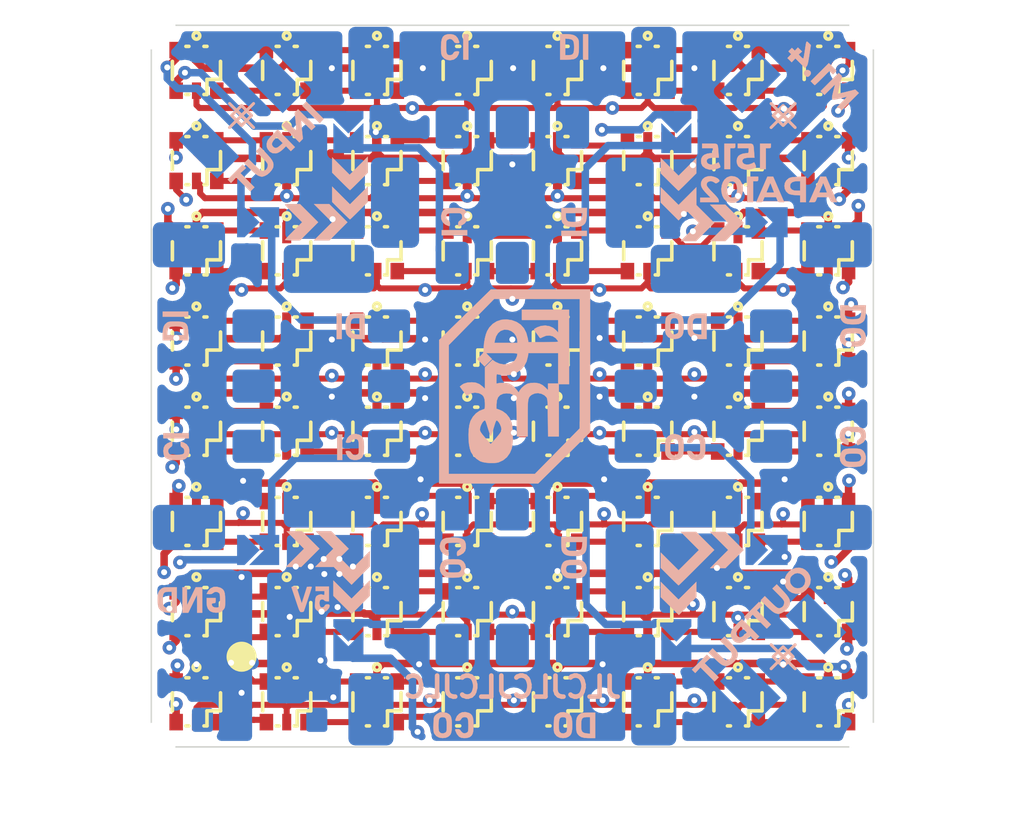
<source format=kicad_pcb>
(kicad_pcb (version 20211014) (generator pcbnew)
  (layers (0 "F.Cu" signal) (1 "In1.Cu" power) (2 "In2.Cu" power) (31 "B.Cu" signal) (34 "B.Paste" user) (35 "F.Paste" user) (36 "B.SilkS" user "B.Silkscreen") (37 "F.SilkS" user "F.Silkscreen") (38 "B.Mask" user) (39 "F.Mask" user) (44 "Edge.Cuts" user))
  (net 0 "")
  (net 1 "GND")
  (net 2 "DIN")
  (net 3 "+5V")
  (net 4 "DOUT")
  (net 5 "Net-(LED1-Pad3)")
  (net 6 "Net-(LED2-Pad3)")
  (net 7 "Net-(LED3-Pad3)")
  (net 8 "Net-(LED4-Pad3)")
  (net 9 "Net-(LED5-Pad3)")
  (net 10 "Net-(LED6-Pad3)")
  (net 11 "Net-(LED7-Pad3)")
  (net 12 "Net-(LED8-Pad3)")
  (net 13 "Net-(LED10-Pad3)")
  (net 14 "Net-(LED11-Pad3)")
  (net 15 "Net-(LED12-Pad3)")
  (net 16 "Net-(LED13-Pad3)")
  (net 17 "Net-(LED14-Pad3)")
  (net 18 "Net-(LED15-Pad3)")
  (net 19 "Net-(LED16-Pad3)")
  (net 20 "Net-(LED17-Pad3)")
  (net 21 "Net-(LED18-Pad3)")
  (net 22 "Net-(LED19-Pad3)")
  (net 23 "Net-(LED20-Pad3)")
  (net 24 "Net-(LED21-Pad3)")
  (net 25 "Net-(LED22-Pad3)")
  (net 26 "Net-(LED23-Pad3)")
  (net 27 "Net-(LED24-Pad3)")
  (net 28 "Net-(LED25-Pad3)")
  (net 29 "Net-(LED26-Pad3)")
  (net 30 "Net-(LED27-Pad3)")
  (net 31 "Net-(LED28-Pad3)")
  (net 32 "Net-(LED29-Pad3)")
  (net 33 "Net-(LED30-Pad3)")
  (net 34 "Net-(LED31-Pad3)")
  (net 35 "Net-(LED32-Pad3)")
  (net 36 "Net-(LED33-Pad3)")
  (net 37 "Net-(LED34-Pad3)")
  (net 38 "Net-(LED35-Pad3)")
  (net 39 "Net-(LED36-Pad3)")
  (net 40 "Net-(LED37-Pad3)")
  (net 41 "Net-(LED38-Pad3)")
  (net 42 "Net-(LED39-Pad3)")
  (net 43 "Net-(LED40-Pad3)")
  (net 44 "Net-(LED41-Pad3)")
  (net 45 "Net-(LED42-Pad3)")
  (net 46 "Net-(LED43-Pad3)")
  (net 47 "Net-(LED44-Pad3)")
  (net 48 "Net-(LED45-Pad3)")
  (net 49 "Net-(LED46-Pad3)")
  (net 50 "Net-(LED47-Pad3)")
  (net 51 "Net-(LED48-Pad3)")
  (net 52 "Net-(LED49-Pad3)")
  (net 53 "Net-(LED50-Pad3)")
  (net 54 "Net-(LED51-Pad3)")
  (net 55 "Net-(LED52-Pad3)")
  (net 56 "Net-(LED53-Pad3)")
  (net 57 "Net-(LED54-Pad3)")
  (net 58 "Net-(LED55-Pad3)")
  (net 59 "Net-(LED56-Pad3)")
  (net 60 "Net-(LED57-Pad3)")
  (net 61 "Net-(LED58-Pad3)")
  (net 62 "Net-(LED59-Pad3)")
  (net 63 "Net-(LED60-Pad3)")
  (net 64 "Net-(LED61-Pad3)")
  (net 65 "Net-(LED62-Pad3)")
  (net 66 "Net-(LED63-Pad3)")
  (net 67 "CIN")
  (net 68 "Net-(J1-Pad2)")
  (net 69 "COUT")
  (net 70 "Net-(J2-Pad2)")
  (net 71 "Net-(J3-Pad2)")
  (net 72 "Net-(J4-Pad2)")
  (net 73 "Net-(LED1-Pad2)")
  (net 74 "Net-(LED2-Pad2)")
  (net 75 "Net-(LED3-Pad2)")
  (net 76 "Net-(LED4-Pad2)")
  (net 77 "Net-(LED5-Pad2)")
  (net 78 "Net-(LED6-Pad2)")
  (net 79 "Net-(LED7-Pad2)")
  (net 80 "Net-(LED8-Pad2)")
  (net 81 "Net-(LED10-Pad5)")
  (net 82 "Net-(LED10-Pad6)")
  (net 83 "Net-(LED10-Pad2)")
  (net 84 "Net-(LED11-Pad2)")
  (net 85 "Net-(LED12-Pad2)")
  (net 86 "Net-(LED13-Pad2)")
  (net 87 "Net-(LED14-Pad2)")
  (net 88 "Net-(LED15-Pad2)")
  (net 89 "Net-(LED16-Pad2)")
  (net 90 "Net-(LED17-Pad2)")
  (net 91 "Net-(LED18-Pad2)")
  (net 92 "Net-(LED19-Pad2)")
  (net 93 "Net-(LED20-Pad2)")
  (net 94 "Net-(LED21-Pad2)")
  (net 95 "Net-(LED22-Pad2)")
  (net 96 "Net-(LED23-Pad2)")
  (net 97 "Net-(LED24-Pad2)")
  (net 98 "Net-(LED25-Pad2)")
  (net 99 "Net-(LED26-Pad2)")
  (net 100 "Net-(LED27-Pad2)")
  (net 101 "Net-(LED28-Pad2)")
  (net 102 "Net-(LED29-Pad2)")
  (net 103 "Net-(LED30-Pad2)")
  (net 104 "Net-(LED31-Pad2)")
  (net 105 "Net-(LED32-Pad2)")
  (net 106 "Net-(LED33-Pad2)")
  (net 107 "Net-(LED34-Pad2)")
  (net 108 "Net-(LED35-Pad2)")
  (net 109 "Net-(LED36-Pad2)")
  (net 110 "Net-(LED37-Pad2)")
  (net 111 "Net-(LED38-Pad2)")
  (net 112 "Net-(LED39-Pad2)")
  (net 113 "Net-(LED40-Pad2)")
  (net 114 "Net-(LED41-Pad2)")
  (net 115 "Net-(LED42-Pad2)")
  (net 116 "Net-(LED43-Pad2)")
  (net 117 "Net-(LED44-Pad2)")
  (net 118 "Net-(LED45-Pad2)")
  (net 119 "Net-(LED46-Pad2)")
  (net 120 "Net-(LED47-Pad2)")
  (net 121 "Net-(LED48-Pad2)")
  (net 122 "Net-(LED49-Pad2)")
  (net 123 "Net-(LED50-Pad2)")
  (net 124 "Net-(LED51-Pad2)")
  (net 125 "Net-(LED52-Pad2)")
  (net 126 "Net-(LED53-Pad2)")
  (net 127 "Net-(LED54-Pad2)")
  (net 128 "Net-(LED55-Pad2)")
  (net 129 "Net-(LED56-Pad2)")
  (net 130 "Net-(LED57-Pad2)")
  (net 131 "Net-(LED58-Pad2)")
  (net 132 "Net-(LED59-Pad2)")
  (net 133 "Net-(LED60-Pad2)")
  (net 134 "Net-(LED61-Pad2)")
  (net 135 "Net-(LED62-Pad2)")
  (net 136 "Net-(LED63-Pad2)")
  (footprint "_kicad_selfmadeStandartFootprint:MountingHole_1.6mm_M1.4" (layer "F.Cu") (at 74 50)
    (fp_text reference "REF**" hide)
    (fp_text value "MountingHole_1.6mm_M1.4" hide)
  )
  (footprint "_kicad_selfmadeStandartFootprint:MountingHole_1.6mm_M1.4" (layer "F.Cu") (at 50 50)
    (fp_text reference "REF**" hide)
    (fp_text value "MountingHole_1.6mm_M1.4" hide)
  )
  (footprint "_kicad_selfmadeStandartFootprint:MountingHole_1.6mm_M1.4" (layer "F.Cu") (at 50 74)
    (fp_text reference "REF**" hide)
    (fp_text value "MountingHole_1.6mm_M1.4" hide)
  )
  (footprint "_kicad_selfmadeStandartFootprint:MountingHole_1.6mm_M1.4" (layer "F.Cu") (at 74 74)
    (fp_text reference "REF**" hide)
    (fp_text value "MountingHole_1.6mm_M1.4" hide)
  )
  (footprint "_led:APA102-1515-6" (layer "F.Cu") (at 51.5 51.5 180)
    (fp_text reference "LED1" hide)
    (fp_text value "APA102-1515-6")
  )
  (footprint "_led:APA102-1515-6" (layer "F.Cu") (at 54.5 51.5 180)
    (fp_text reference "LED2" hide)
    (fp_text value "APA102-1515-6")
  )
  (footprint "_led:APA102-1515-6" (layer "F.Cu") (at 57.5 51.5 180)
    (fp_text reference "LED3" hide)
    (fp_text value "APA102-1515-6")
  )
  (footprint "_led:APA102-1515-6" (layer "F.Cu") (at 60.5 51.5 180)
    (fp_text reference "LED4" hide)
    (fp_text value "APA102-1515-6")
  )
  (footprint "_led:APA102-1515-6" (layer "F.Cu") (at 63.5 51.5 180)
    (fp_text reference "LED5" hide)
    (fp_text value "APA102-1515-6")
  )
  (footprint "_led:APA102-1515-6" (layer "F.Cu") (at 66.5 51.5 180)
    (fp_text reference "LED6" hide)
    (fp_text value "APA102-1515-6")
  )
  (footprint "_led:APA102-1515-6" (layer "F.Cu") (at 69.5 51.5 180)
    (fp_text reference "LED7" hide)
    (fp_text value "APA102-1515-6")
  )
  (footprint "_led:APA102-1515-6" (layer "F.Cu") (at 72.5 51.5 180)
    (fp_text reference "LED8" hide)
    (fp_text value "APA102-1515-6")
  )
  (footprint "_led:APA102-1515-6" (layer "F.Cu") (at 51.5 54.5 180)
    (fp_text reference "LED9" hide)
    (fp_text value "APA102-1515-6")
  )
  (footprint "_led:APA102-1515-6" (layer "F.Cu") (at 54.5 54.5 180)
    (fp_text reference "LED10" hide)
    (fp_text value "APA102-1515-6")
  )
  (footprint "_led:APA102-1515-6" (layer "F.Cu") (at 57.5 54.5 180)
    (fp_text reference "LED11" hide)
    (fp_text value "APA102-1515-6")
  )
  (footprint "_led:APA102-1515-6" (layer "F.Cu") (at 60.5 54.5 180)
    (fp_text reference "LED12" hide)
    (fp_text value "APA102-1515-6")
  )
  (footprint "_led:APA102-1515-6" (layer "F.Cu") (at 63.5 54.5 180)
    (fp_text reference "LED13" hide)
    (fp_text value "APA102-1515-6")
  )
  (footprint "_led:APA102-1515-6" (layer "F.Cu") (at 66.5 54.5 180)
    (fp_text reference "LED14" hide)
    (fp_text value "APA102-1515-6")
  )
  (footprint "_led:APA102-1515-6" (layer "F.Cu") (at 69.5 54.5 180)
    (fp_text reference "LED15" hide)
    (fp_text value "APA102-1515-6")
  )
  (footprint "_led:APA102-1515-6" (layer "F.Cu") (at 72.5 54.5 180)
    (fp_text reference "LED16" hide)
    (fp_text value "APA102-1515-6")
  )
  (footprint "_led:APA102-1515-6" (layer "F.Cu") (at 51.5 57.5 180)
    (fp_text reference "LED17" hide)
    (fp_text value "APA102-1515-6")
  )
  (footprint "_led:APA102-1515-6" (layer "F.Cu") (at 54.5 57.5 180)
    (fp_text reference "LED18" hide)
    (fp_text value "APA102-1515-6")
  )
  (footprint "_led:APA102-1515-6" (layer "F.Cu") (at 57.5 57.5 180)
    (fp_text reference "LED19" hide)
    (fp_text value "APA102-1515-6")
  )
  (footprint "_led:APA102-1515-6" (layer "F.Cu") (at 60.5 57.5 180)
    (fp_text reference "LED20" hide)
    (fp_text value "APA102-1515-6")
  )
  (footprint "_led:APA102-1515-6" (layer "F.Cu") (at 63.5 57.5 180)
    (fp_text reference "LED21" hide)
    (fp_text value "APA102-1515-6")
  )
  (footprint "_led:APA102-1515-6" (layer "F.Cu") (at 66.5 57.5 180)
    (fp_text reference "LED22" hide)
    (fp_text value "APA102-1515-6")
  )
  (footprint "_led:APA102-1515-6" (layer "F.Cu") (at 69.5 57.5 180)
    (fp_text reference "LED23" hide)
    (fp_text value "APA102-1515-6")
  )
  (footprint "_led:APA102-1515-6" (layer "F.Cu") (at 72.5 57.5 180)
    (fp_text reference "LED24" hide)
    (fp_text value "APA102-1515-6")
  )
  (footprint "_led:APA102-1515-6" (layer "F.Cu") (at 51.5 60.5 180)
    (fp_text reference "LED25" hide)
    (fp_text value "APA102-1515-6")
  )
  (footprint "_led:APA102-1515-6" (layer "F.Cu") (at 54.5 60.5 180)
    (fp_text reference "LED26" hide)
    (fp_text value "APA102-1515-6")
  )
  (footprint "_led:APA102-1515-6" (layer "F.Cu") (at 57.5 60.5 180)
    (fp_text reference "LED27" hide)
    (fp_text value "APA102-1515-6")
  )
  (footprint "_led:APA102-1515-6" (layer "F.Cu") (at 60.5 60.5 180)
    (fp_text reference "LED28" hide)
    (fp_text value "APA102-1515-6")
  )
  (footprint "_led:APA102-1515-6" (layer "F.Cu") (at 63.5 60.5 180)
    (fp_text reference "LED29" hide)
    (fp_text value "APA102-1515-6")
  )
  (footprint "_led:APA102-1515-6" (layer "F.Cu") (at 66.5 60.5 180)
    (fp_text reference "LED30" hide)
    (fp_text value "APA102-1515-6")
  )
  (footprint "_led:APA102-1515-6" (layer "F.Cu") (at 69.5 60.5 180)
    (fp_text reference "LED31" hide)
    (fp_text value "APA102-1515-6")
  )
  (footprint "_led:APA102-1515-6" (layer "F.Cu") (at 72.5 60.5 180)
    (fp_text reference "LED32" hide)
    (fp_text value "APA102-1515-6")
  )
  (footprint "_led:APA102-1515-6" (layer "F.Cu") (at 51.5 63.5 180)
    (fp_text reference "LED33" hide)
    (fp_text value "APA102-1515-6")
  )
  (footprint "_led:APA102-1515-6" (layer "F.Cu") (at 54.5 63.5 180)
    (fp_text reference "LED34" hide)
    (fp_text value "APA102-1515-6")
  )
  (footprint "_led:APA102-1515-6" (layer "F.Cu") (at 57.5 63.5 180)
    (fp_text reference "LED35" hide)
    (fp_text value "APA102-1515-6")
  )
  (footprint "_led:APA102-1515-6" (layer "F.Cu") (at 60.5 63.5 180)
    (fp_text reference "LED36" hide)
    (fp_text value "APA102-1515-6")
  )
  (footprint "_led:APA102-1515-6" (layer "F.Cu") (at 63.5 63.5 180)
    (fp_text reference "LED37" hide)
    (fp_text value "APA102-1515-6")
  )
  (footprint "_led:APA102-1515-6" (layer "F.Cu") (at 66.5 63.5 180)
    (fp_text reference "LED38" hide)
    (fp_text value "APA102-1515-6")
  )
  (footprint "_led:APA102-1515-6" (layer "F.Cu") (at 69.5 63.5 180)
    (fp_text reference "LED39" hide)
    (fp_text value "APA102-1515-6")
  )
  (footprint "_led:APA102-1515-6" (layer "F.Cu") (at 72.5 63.5 180)
    (fp_text reference "LED40" hide)
    (fp_text value "APA102-1515-6")
  )
  (footprint "_led:APA102-1515-6" (layer "F.Cu") (at 51.5 66.5 180)
    (fp_text reference "LED41" hide)
    (fp_text value "APA102-1515-6")
  )
  (footprint "_led:APA102-1515-6" (layer "F.Cu") (at 54.5 66.5 180)
    (fp_text reference "LED42" hide)
    (fp_text value "APA102-1515-6")
  )
  (footprint "_led:APA102-1515-6" (layer "F.Cu") (at 57.5 66.5 180)
    (fp_text reference "LED43" hide)
    (fp_text value "APA102-1515-6")
  )
  (footprint "_led:APA102-1515-6" (layer "F.Cu") (at 60.5 66.5 180)
    (fp_text reference "LED44" hide)
    (fp_text value "APA102-1515-6")
  )
  (footprint "_led:APA102-1515-6" (layer "F.Cu") (at 63.5 66.5 180)
    (fp_text reference "LED45" hide)
    (fp_text value "APA102-1515-6")
  )
  (footprint "_led:APA102-1515-6" (layer "F.Cu") (at 66.5 66.5 180)
    (fp_text reference "LED46" hide)
    (fp_text value "APA102-1515-6")
  )
  (footprint "_led:APA102-1515-6" (layer "F.Cu") (at 69.5 66.5 180)
    (fp_text reference "LED47" hide)
    (fp_text value "APA102-1515-6")
  )
  (footprint "_led:APA102-1515-6" (layer "F.Cu") (at 72.5 66.5 180)
    (fp_text reference "LED48" hide)
    (fp_text value "APA102-1515-6")
  )
  (footprint "_led:APA102-1515-6" (layer "F.Cu") (at 51.5 69.5 180)
    (fp_text reference "LED49" hide)
    (fp_text value "APA102-1515-6")
  )
  (footprint "_led:APA102-1515-6" (layer "F.Cu") (at 54.5 69.5 180)
    (fp_text reference "LED50" hide)
    (fp_text value "APA102-1515-6")
  )
  (footprint "_led:APA102-1515-6" (layer "F.Cu") (at 57.5 69.5 180)
    (fp_text reference "LED51" hide)
    (fp_text value "APA102-1515-6")
  )
  (footprint "_led:APA102-1515-6" (layer "F.Cu") (at 60.5 69.5 180)
    (fp_text reference "LED52" hide)
    (fp_text value "APA102-1515-6")
  )
  (footprint "_led:APA102-1515-6" (layer "F.Cu") (at 63.5 69.5 180)
    (fp_text reference "LED53" hide)
    (fp_text value "APA102-1515-6")
  )
  (footprint "_led:APA102-1515-6" (layer "F.Cu") (at 66.5 69.5 180)
    (fp_text reference "LED54" hide)
    (fp_text value "APA102-1515-6")
  )
  (footprint "_led:APA102-1515-6" (layer "F.Cu") (at 69.5 69.5 180)
    (fp_text reference "LED55" hide)
    (fp_text value "APA102-1515-6")
  )
  (footprint "_led:APA102-1515-6" (layer "F.Cu") (at 72.5 69.5 180)
    (fp_text reference "LED56" hide)
    (fp_text value "APA102-1515-6")
  )
  (footprint "_led:APA102-1515-6" (layer "F.Cu") (at 51.5 72.5 180)
    (fp_text reference "LED57" hide)
    (fp_text value "APA102-1515-6")
  )
  (footprint "_led:APA102-1515-6" (layer "F.Cu") (at 54.5 72.5 180)
    (fp_text reference "LED58" hide)
    (fp_text value "APA102-1515-6")
  )
  (footprint "_led:APA102-1515-6" (layer "F.Cu") (at 57.5 72.5 180)
    (fp_text reference "LED59" hide)
    (fp_text value "APA102-1515-6")
  )
  (footprint "_led:APA102-1515-6" (layer "F.Cu") (at 60.5 72.5 180)
    (fp_text reference "LED60" hide)
    (fp_text value "APA102-1515-6")
  )
  (footprint "_led:APA102-1515-6" (layer "F.Cu") (at 63.5 72.5 180)
    (fp_text reference "LED61" hide)
    (fp_text value "APA102-1515-6")
  )
  (footprint "_led:APA102-1515-6" (layer "F.Cu") (at 66.5 72.5 180)
    (fp_text reference "LED62" hide)
    (fp_text value "APA102-1515-6")
  )
  (footprint "_led:APA102-1515-6" (layer "F.Cu") (at 69.5 72.5 180)
    (fp_text reference "LED63" hide)
    (fp_text value "APA102-1515-6")
  )
  (footprint "_led:APA102-1515-6" (layer "F.Cu") (at 72.5 72.5 180)
    (fp_text reference "LED64" hide)
    (fp_text value "APA102-1515-6")
  )
  (footprint "_somestuff:Test_Ring_RCWCTE" (layer "B.Cu") (at 53 53 45)
    (fp_text reference "REF**" hide)
    (fp_text value "Test_Ring_RCWCTE")
  )
  (footprint "_somestuff:Test_Ring_RCWCTE" (layer "B.Cu") (at 71 53 -45)
    (fp_text reference "REF**" hide)
    (fp_text value "Test_Ring_RCWCTE")
  )
  (footprint "Jumper:SolderJumper-2_1x2mm" (layer "B.Cu") (at 53.6 56.55 180)
    (fp_text reference "REF**" hide)
    (fp_text value "SolderJumper-2_1x1.4mm" hide)
  )
  (footprint "Jumper:SolderJumper-2_1x2mm" (layer "B.Cu") (at 56.55 53.6 90)
    (fp_text reference "REF**" hide)
    (fp_text value "SolderJumper-2_1x1.4mm" hide)
  )
  (footprint "Jumper:SolderJumper-2_1x2mm" (layer "B.Cu") (at 67.45 70.5 90)
    (fp_text reference "REF**" hide)
    (fp_text value "SolderJumper-2_1x1.4mm" hide)
  )
  (footprint "Jumper:SolderJumper-2_1x2mm" (layer "B.Cu") (at 70.5 67.45 180)
    (fp_text reference "REF**" hide)
    (fp_text value "SolderJumper-2_1x1.4mm" hide)
  )
  (footprint "_kicad_selfmadeStandartFootprint:Conn_Molex_2026560021(Pico-EZmate_Slim)" (layer "B.Cu") (at 53.6 73.1 180)
    (fp_text reference "J5" hide)
    (fp_text value "POWER_CONN")
  )
  (footprint "_conn:Conn_HYBRID_DF59_&_PH_&_M22-5320305" (layer "B.Cu") (at 57.9 62 -90)
    (fp_text reference "J1" hide)
    (fp_text value "INPUT_CONN")
  )
  (footprint "_conn:Conn_HYBRID_DF59_&_PH_&_M22-5320305" (layer "B.Cu") (at 62 66.1)
    (fp_text reference "J2" hide)
    (fp_text value "OUTPUT_CONN")
  )
  (footprint "_conn:Conn_HYBRID_DF59_&_PH_&_M22-5320305" (layer "B.Cu") (at 62 57.9 180)
    (fp_text reference "J3" hide)
    (fp_text value "INPUT_CONN")
  )
  (footprint "_conn:Conn_HYBRID_DF59_&_PH_&_M22-5320305" (layer "B.Cu") (at 66.1 62 90)
    (fp_text reference "J4" hide)
    (fp_text value "OUTPUT_CONN")
  )
  (footprint "Jumper:SolderJumper-2_1x2mm" (layer "B.Cu") (at 67.45 53.6 90)
    (fp_text reference "REF**" hide)
    (fp_text value "SolderJumper-2_1x1.4mm" hide)
  )
  (footprint "Jumper:SolderJumper-2_1x2mm" (layer "B.Cu") (at 70.5 56.55 180)
    (fp_text reference "REF**" hide)
    (fp_text value "SolderJumper-2_1x1.4mm" hide)
  )
  (footprint "Jumper:SolderJumper-2_1x2mm" (layer "B.Cu") (at 56.55 70.5 90)
    (fp_text reference "REF**" hide)
    (fp_text value "SolderJumper-2_1x1.4mm" hide)
  )
  (footprint "Jumper:SolderJumper-2_1x2mm" (layer "B.Cu") (at 53.6 67.45 180)
    (fp_text reference "REF**" hide)
    (fp_text value "SolderJumper-2_1x1.4mm" hide)
  )
  (footprint "APA102_1515_matrix_lib:kicad_apa102_1515_8x8_back_print" (layer "B.Cu") (at 62 62 180)
    (fp_text reference "G***" hide)
    (fp_text value "LOGO" hide)
  )
  (footprint "_somestuff:Test_Ring_RCWCTE" (layer "B.Cu") (at 71 71 -135)
    (fp_text reference "REF**" hide)
    (fp_text value "Test_Ring_RCWCTE")
  )
  (gr_circle (center 53 71) (end 53.25 71) (layer "F.SilkS") (width 0.5) (fill none))
  (gr_line (start 50 74) (end 50 50) (layer "Edge.Cuts") (width 0.05))
  (gr_line (start 74 74) (end 50 74) (layer "Edge.Cuts") (width 0.05))
  (gr_line (start 74 50) (end 74 74) (layer "Edge.Cuts") (width 0.05))
  (gr_line (start 50 50) (end 74 50) (layer "Edge.Cuts") (width 0.05))
  (gr_text "JLCJLCJLCJLC" (at 62 72.01) (layer "B.SilkS") (effects (font (size 0.7 0.7) (thickness 0.153)) (justify mirror)))
  (segment (start 66.689999 62.224999) (end 69.310001 62.224999) (width 0.25) (layer "F.Cu") (net 1))
  (segment (start 69.689999 54.425001) (end 72.310001 54.425001) (width 0.25) (layer "F.Cu") (net 1))
  (segment (start 63.5 68.414998) (end 63.689999 68.224999) (width 0.25) (layer "F.Cu") (net 1))
  (segment (start 60.689999 68.224999) (end 63.310001 68.224999) (width 0.25) (layer "F.Cu") (net 1))
  (segment (start 51.689999 54.425001) (end 54.310001 54.425001) (width 0.25) (layer "F.Cu") (net 1))
  (segment (start 66.575001 71.224999) (end 66.5 71.3) (width 0.25) (layer "F.Cu") (net 1))
  (segment (start 54.310001 71.224999) (end 53.339999 71.224999) (width 0.25) (layer "F.Cu") (net 1))
  (segment (start 51.5 65.414998) (end 51.5 65.9) (width 0.25) (layer "F.Cu") (net 1))
  (segment (start 69.5 53.9) (end 69.5 54.235002) (width 0.25) (layer "F.Cu") (net 1))
  (segment (start 51.5 62.9) (end 51.5 62.414998) (width 0.25) (layer "F.Cu") (net 1))
  (segment (start 72.310001 51.425001) (end 72.5 51.235002) (width 0.25) (layer "F.Cu") (net 1))
  (segment (start 54.310001 60.425001) (end 51.689999 60.425001) (width 0.25) (layer "F.Cu") (net 1))
  (segment (start 60.5 53.9) (end 60.5 54.235002) (width 0.25) (layer "F.Cu") (net 1))
  (segment (start 57.575001 68.224999) (end 60.310001 68.224999) (width 0.25) (layer "F.Cu") (net 1))
  (segment (start 66.424999 65.224999) (end 63.575001 65.224999) (width 0.25) (layer "F.Cu") (net 1))
  (segment (start 69.310001 54.425001) (end 69.5 54.235002) (width 0.25) (layer "F.Cu") (net 1))
  (segment (start 57.689999 54.425001) (end 60.310001 54.425001) (width 0.25) (layer "F.Cu") (net 1))
  (segment (start 57.5 51.235002) (end 57.689999 51.425001) (width 0.25) (layer "F.Cu") (net 1))
  (segment (start 57.5 62.9) (end 57.5 62.414998) (width 0.25) (layer "F.Cu") (net 1))
  (segment (start 60.689999 51.425001) (end 63.310001 51.425001) (width 0.25) (layer "F.Cu") (net 1))
  (segment (start 63.689999 71.224999) (end 63.5 71.414998) (width 0.25) (layer "F.Cu") (net 1))
  (segment (start 66.5 68.414998) (end 66.689999 68.224999) (width 0.25) (layer "F.Cu") (net 1))
  (segment (start 53.314998 71.25) (end 52.685002 71.25) (width 0.25) (layer "F.Cu") (net 1))
  (segment (start 66.5 65.3) (end 66.424999 65.224999) (width 0.25) (layer "F.Cu") (net 1))
  (segment (start 69.5 68.3) (end 69.575001 68.224999) (width 0.25) (layer "F.Cu") (net 1))
  (segment (start 66.424999 68.224999) (end 66.5 68.3) (width 0.25) (layer "F.Cu") (net 1))
  (segment (start 69.575001 71.224999) (end 69.5 71.3) (width 0.25) (layer "F.Cu") (net 1))
  (segment (start 54.310001 51.425001) (end 54.5 51.235002) (width 0.25) (layer "F.Cu") (net 1))
  (segment (start 72.5 51.235002) (end 72.5 50.9) (width 0.25) (layer "F.Cu") (net 1))
  (segment (start 51.5 60.235002) (end 51.5 59.9) (width 0.25) (layer "F.Cu") (net 1))
  (segment (start 72.310001 54.425001) (end 72.5 54.235002) (width 0.25) (layer "F.Cu") (net 1))
  (segment (start 55.975001 56.224999) (end 56.100001 56.224999) (width 0.25) (layer "F.Cu") (net 1))
  (segment (start 60.5 50.9) (end 60.5 51.235002) (width 0.25) (layer "F.Cu") (net 1))
  (segment (start 66.575001 65.224999) (end 66.5 65.3) (width 0.25) (layer "F.Cu") (net 1))
  (segment (start 60.5 65.9) (end 60.5 65.414998) (width 0.25) (layer "F.Cu") (net 1))
  (segment (start 57.5 60.235002) (end 57.310001 60.425001) (width 0.25) (layer "F.Cu") (net 1))
  (segment (start 63.5 62.3) (end 63.5 62.9) (width 0.25) (layer "F.Cu") (net 1))
  (segment (start 63.5 62.3) (end 63.575001 62.224999) (width 0.25) (layer "F.Cu") (net 1))
  (segment (start 69.310001 56.224999) (end 66.689999 56.224999) (width 0.25) (layer "F.Cu") (net 1))
  (segment (start 69.5 68.9) (end 69.5 68.3) (width 0.25) (layer "F.Cu") (net 1))
  (segment (start 62 54.45) (end 62 54.62501) (width 0.25) (layer "F.Cu") (net 1))
  (segment (start 66.5 53.9) (end 66.5 54.235002) (width 0.25) (layer "F.Cu") (net 1))
  (segment (start 54.689999 62.224999) (end 57.310001 62.224999) (width 0.25) (layer "F.Cu") (net 1))
  (segment (start 60.5 59.9) (end 60.5 60.235002) (width 0.25) (layer "F.Cu") (net 1))
  (segment (start 63.310001 51.425001) (end 63.5 51.235002) (width 0.25) (layer "F.Cu") (net 1))
  (segment (start 63.5 59.9) (end 63.5 60.235002) (width 0.25) (layer "F.Cu") (net 1))
  (segment (start 60.689999 54.425001) (end 61.975001 54.425001) (width 0.25) (layer "F.Cu") (net 1))
  (segment (start 54.310001 62.224999) (end 54.5 62.414998) (width 0.25) (layer "F.Cu") (net 1))
  (segment (start 54.424999 56.224999) (end 51.689999 56.224999) (width 0.25) (layer "F.Cu") (net 1))
  (segment (start 57.5 65.414998) (end 57.5 65.9) (width 0.25) (layer "F.Cu") (net 1))
  (segment (start 51.5 71.25) (end 51.5 71.9) (width 0.25) (layer "F.Cu") (net 1))
  (segment (start 66.5 68.9) (end 66.5 68.414998) (width 0.25) (layer "F.Cu") (net 1))
  (segment (start 60.5 56.35) (end 60.5 56.9) (width 0.25) (layer "F.Cu") (net 1))
  (segment (start 63.689999 56.224999) (end 63.5 56.414998) (width 0.25) (layer "F.Cu") (net 1))
  (segment (start 60.310001 51.425001) (end 60.5 51.235002) (width 0.25) (layer "F.Cu") (net 1))
  (segment (start 53.339999 71.224999) (end 53.314998 71.25) (width 0.25) (layer "F.Cu") (net 1))
  (segment (start 60.310001 60.425001) (end 57.689999 60.425001) (width 0.25) (layer "F.Cu") (net 1))
  (segment (start 54.689999 51.425001) (end 57.310001 51.425001) (width 0.25) (layer "F.Cu") (net 1))
  (segment (start 69.082521 68.224999) (end 68.903761 68.046239) (width 0.2) (layer "F.Cu") (net 1))
  (segment (start 60.5 65.414998) (end 60.310001 65.224999) (width 0.25) (layer "F.Cu") (net 1))
  (segment (start 63.575001 62.224999) (end 64.825001 62.224999) (width 0.25) (layer "F.Cu") (net 1))
  (segment (start 69.5 68.414998) (end 69.5 68.9) (width 0.25) (layer "F.Cu") (net 1))
  (segment (start 69.5 71.3) (end 69.5 71.9) (width 0.25) (layer "F.Cu") (net 1))
  (segment (start 69.5 65.3) (end 69.424999 65.224999) (width 0.25) (layer "F.Cu") (net 1))
  (segment (start 54.5 50.9) (end 54.5 51.235002) (width 0.25) (layer "F.Cu") (net 1))
  (segment (start 57.310001 54.425001) (end 57.462439 54.272563) (width 0.25) (layer "F.Cu") (net 1))
  (segment (start 60.5 62.3) (end 60.5 62.9) (width 0.25) (layer "F.Cu") (net 1))
  (segment (start 69.424999 65.224999) (end 66.575001 65.224999) (width 0.25) (layer "F.Cu") (net 1))
  (segment (start 71 68.249998) (end 71.024999 68.224999) (width 0.2) (layer "F.Cu") (net 1))
  (segment (start 57.310001 62.224999) (end 57.5 62.414998) (width 0.25) (layer "F.Cu") (net 1))
  (segment (start 51.5 54.235002) (end 51.689999 54.425001) (width 0.25) (layer "F.Cu") (net 1))
  (segment (start 63.310001 60.425001) (end 60.689999 60.425001) (width 0.25) (layer "F.Cu") (net 1))
  (segment (start 51.689999 62.224999) (end 54.310001 62.224999) (width 0.25) (layer "F.Cu") (net 1))
  (segment (start 60.310001 54.425001) (end 60.5 54.235002) (width 0.25) (layer "F.Cu") (net 1))
  (segment (start 54.5 65.414998) (end 54.5 65.9) (width 0.25) (layer "F.Cu") (net 1))
  (segment (start 57.462439 54.272563) (end 57.462439 53.832822) (width 0.25) (layer "F.Cu") (net 1))
  (segment (start 63.689999 51.425001) (end 66.310001 51.425001) (width 0.25) (layer "F.Cu") (net 1))
  (segment (start 54.5 62.9) (end 54.5 62.414998) (width 0.25) (layer "F.Cu") (net 1))
  (segment (start 54.689999 65.224999) (end 54.5 65.414998) (width 0.25) (layer "F.Cu") (net 1))
  (segment (start 54.5 60.235002) (end 54.310001 60.425001) (width 0.25) (layer "F.Cu") (net 1))
  (segment (start 66.5 65.9) (end 66.5 65.3) (width 0.25) (layer "F.Cu") (net 1))
  (segment (start 54.5 68.499998) (end 54.5 68.9) (width 0.25) (layer "F.Cu") (net 1))
  (segment (start 57.5 68.3) (end 57.575001 68.224999) (width 0.25) (layer "F.Cu") (net 1))
  (segment (start 72.5 54.235002) (end 72.5 53.9) (width 0.25) (layer "F.Cu") (net 1))
  (segment (start 60.310001 65.224999) (end 57.689999 65.224999) (width 0.25) (layer "F.Cu") (net 1))
  (segment (start 69.5 60.235002) (end 69.310001 60.425001) (width 0.25) (layer "F.Cu") (net 1))
  (segment (start 54.5 65.3) (end 54.424999 65.224999) (width 0.25) (layer "F.Cu") (net 1))
  (segment (start 54.689999 60.425001) (end 54.5 60.235002) (width 0.25) (layer "F.Cu") (net 1))
  (segment (start 72.5 65.414998) (end 72.310001 65.224999) (width 0.25) (layer "F.Cu") (net 1))
  (segment (start 66.310001 56.224999) (end 63.689999 56.224999) (width 0.25) (layer "F.Cu") (net 1))
  (segment (start 69.5 56.9) (end 69.5 56.414998) (width 0.25) (layer "F.Cu") (net 1))
  (segment (start 60.5 68.414998) (end 60.689999 68.224999) (width 0.25) (layer "F.Cu") (net 1))
  (segment (start 66.689999 68.224999) (end 69.310001 68.224999) (width 0.25) (layer "F.Cu") (net 1))
  (segment (start 66.689999 51.425001) (end 69.310001 51.425001) (width 0.25) (layer "F.Cu") (net 1))
  (segment (start 60.575001 62.224999) (end 63.424999 62.224999) (width 0.25) (layer "F.Cu") (net 1))
  (segment (start 66.5 50.9) (end 66.5 51.235002) (width 0.25) (layer "F.Cu") (net 1))
  (segment (start 54.5 59.9) (end 54.5 60.235002) (width 0.25) (layer "F.Cu") (net 1))
  (segment (start 54.5 53.9) (end 54.5 54.235002) (width 0.25) (layer "F.Cu") (net 1))
  (segment (start 66.310001 62.224999) (end 66.5 62.414998) (width 0.25) (layer "F.Cu") (net 1))
  (segment (start 57.310001 60.425001) (end 54.689999 60.425001) (width 0.25) (layer "F.Cu") (net 1))
  (segment (start 69.689999 62.224999) (end 72.310001 62.224999) (width 0.25) (layer "F.Cu") (net 1))
  (segment (start 54.424999 65.224999) (end 51.689999 65.224999) (width 0.25) (layer "F.Cu") (net 1))
  (segment (start 51.5 50.9) (end 51.5 51.198299) (width 0.25) (layer "F.Cu") (net 1))
  (segment (start 66.5 71.3) (end 66.424999 71.224999) (width 0.25) (layer "F.Cu") (net 1))
  (segment (start 54.5 56.9) (end 54.5 56.3) (width 0.25) (layer "F.Cu") (net 1))
  (segment (start 61.975001 54.425001) (end 63.310001 54.425001) (width 0.25) (layer "F.Cu") (net 1))
  (segment (start 55.775001 54.425001) (end 55.949992 54.25001) (width 0.25) (layer "F.Cu") (net 1))
  (segment (start 63.5 56.9) (end 63.5 56.414998) (width 0.25) (layer "F.Cu") (net 1))
  (segment (start 57.5 54.235002) (end 57.689999 54.425001) (width 0.25) (layer "F.Cu") (net 1))
  (segment (start 72.5 60.235002) (end 72.310001 60.425001) (width 0.25) (layer "F.Cu") (net 1))
  (segment (start 51.5 51.198299) (end 51.726702 51.425001) (width 0.25) (layer "F.Cu") (net 1))
  (segment (start 66.310001 54.425001) (end 66.5 54.235002) (width 0.25) (layer "F.Cu") (net 1))
  (segment (start 51.5 68.9) (end 51.5 68.414998) (width 0.25) (layer "F.Cu") (net 1))
  (segment (start 57.5 50.9) (end 57.5 51.235002) (width 0.25) (layer "F.Cu") (net 1))
  (segment (start 60.5 71.28) (end 60.5 71.9) (width 0.25) (layer "F.Cu") (net 1))
  (segment (start 52.685002 71.25) (end 52.660001 71.224999) (width 0.25) (layer "F.Cu") (net 1))
  (segment (start 63.689999 68.224999) (end 66.424999 68.224999) (width 0.25) (layer "F.Cu") (net 1))
  (segment (start 63.5 50.9) (end 63.5 51.235002) (width 0.25) (layer "F.Cu") (net 1))
  (segment (start 69.5 65.9) (end 69.5 65.3) (width 0.25) (layer "F.Cu") (net 1))
  (segment (start 63.5 54.235002) (end 63.689999 54.425001) (width 0.25) (layer "F.Cu") (net 1))
  (segment (start 69.5 62.414998) (end 69.689999 62.224999) (width 0.25) (layer "F.Cu") (net 1))
  (segment (start 51.5 68.414998) (end 51.689999 68.224999) (width 0.25) (layer "F.Cu") (net 1))
  (segment (start 57.689999 51.425001) (end 60.310001 51.425001) (width 0.25) (layer "F.Cu") (net 1))
  (segment (start 63.374999 71.224999) (end 60.555001 71.224999) (width 0.25) (layer "F.Cu") (net 1))
  (segment (start 72.310001 62.224999) (end 72.5 62.414998) (width 0.25) (layer "F.Cu") (net 1))
  (segment (start 69.689999 56.224999) (end 69.5 56.414998) (width 0.25) (layer "F.Cu") (net 1))
  (segment (start 60.310001 56.224999) (end 57.689999 56.224999) (width 0.25) (layer "F.Cu") (net 1))
  (segment (start 60.5 62.3) (end 60.575001 62.224999) (width 0.25) (layer "F.Cu") (net 1))
  (segment (start 60.5 56.414998) (end 60.310001 56.224999) (width 0.25) (layer "F.Cu") (net 1))
  (segment (start 69.5 56.414998) (end 69.310001 56.224999) (width 0.25) (layer "F.Cu") (net 1))
  (segment (start 66.5 56.9) (end 66.5 56.414998) (width 0.25) (layer "F.Cu") (net 1))
  (segment (start 54.689999 54.425001) (end 55.775001 54.425001) (width 0.25) (layer "F.Cu") (net 1))
  (segment (start 63.5 60.235002) (end 63.310001 60.425001) (width 0.25) (layer "F.Cu") (net 1))
  (segment (start 51.689999 68.224999) (end 52.875001 68.224999) (width 0.25) (layer "F.Cu") (net 1))
  (segment (start 66.5 68.3) (end 66.5 68.9) (width 0.25) (layer "F.Cu") (net 1))
  (segment (start 66.310001 51.425001) (end 66.5 51.235002) (width 0.25) (layer "F.Cu") (net 1))
  (segment (start 72.5 62.414998) (end 72.5 62.9) (width 0.25) (layer "F.Cu") (net 1))
  (segment (start 53 68.35) (end 53 68.349998) (width 0.25) (layer "F.Cu") (net 1))
  (segment (start 60.5 68.9) (end 60.5 68.414998) (width 0.25) (layer "F.Cu") (net 1))
  (segment (start 69.310001 60.425001) (end 66.689999 60.425001) (width 0.25) (layer "F.Cu") (net 1))
  (segment (start 63.575001 65.224999) (end 63.5 65.3) (width 0.25) (layer "F.Cu") (net 1))
  (segment (start 69.5 54.235002) (end 69.689999 54.425001) (width 0.25) (layer "F.Cu") (net 1))
  (segment (start 60.555001 71.224999) (end 60.5 71.28) (width 0.25) (layer "F.Cu") (net 1))
  (segment (start 63.532499 71.382499) (end 63.374999 71.224999) (width 0.25) (layer "F.Cu") (net 1))
  (segment (start 51.664998 71.25) (end 51.5 71.25) (width 0.25) (layer "F.Cu") (net 1))
  (segment (start 52.875001 68.224999) (end 54.225001 68.224999) (width 0.25) (layer "F.Cu") (net 1))
  (segment (start 57.310001 51.425001) (end 57.5 51.235002) (width 0.25) (layer "F.Cu") (net 1))
  (segment (start 51.689999 56.224999) (end 51.5 56.414998) (width 0.25) (layer "F.Cu") (net 1))
  (segment (start 60.5 56.9) (end 60.5 56.414998) (width 0.25) (layer "F.Cu") (net 1))
  (segment (start 63.5 65.3) (end 63.424999 65.224999) (width 0.25) (layer "F.Cu") (net 1))
  (segment (start 56.100001 56.37193) (end 56.025001 56.44693) (width 0.25) (layer "F.Cu") (net 1))
  (segment (start 51.689999 65.224999) (end 51.5 65.414998) (width 0.25) (layer "F.Cu") (net 1))
  (segment (start 56.339999 54.425001) (end 57.310001 54.425001) (width 0.25) (layer "F.Cu") (net 1))
  (segment (start 54.225001 68.224999) (end 54.5 68.499998) (width 0.25) (layer "F.Cu") (net 1))
  (segment (start 66.5 60.235002) (end 66.310001 60.425001) (width 0.25) (layer "F.Cu") (net 1))
  (segment (start 66.424999 71.224999) (end 63.689999 71.224999) (width 0.25) (layer "F.Cu") (net 1))
  (segment (start 60.625001 56.224999) (end 60.5 56.35) (width 0.25) (layer "F.Cu") (net 1))
  (segment (start 57.310001 56.224999) (end 57.5 56.414998) (width 0.25) (layer "F.Cu") (net 1))
  (segment (start 57.5 56.414998) (end 57.5 56.9) (width 0.25) (layer "F.Cu") (net 1))
  (segment (start 54.5 56.414998) (end 54.689999 56.224999) (width 0.25) (layer "F.Cu") (net 1))
  (segment (start 63.310001 54.425001) (end 63.5 54.235002) (width 0.25) (layer "F.Cu") (net 1))
  (segment (start 69.310001 62.224999) (end 69.5 62.414998) (width 0.25) (layer "F.Cu") (net 1))
  (segment (start 54.5 56.3) (end 54.424999 56.224999) (width 0.25) (layer "F.Cu") (net 1))
  (segment (start 63.424999 62.224999) (end 63.5 62.3) (width 0.25) (layer "F.Cu") (net 1))
  (segment (start 57.5 65.9) (end 57.5 65.3) (width 0.25) (layer "F.Cu") (net 1))
  (segment (start 66.5 62.9) (end 66.5 62.414998) (width 0.25) (layer "F.Cu") (net 1))
  (segment (start 69.310001 68.224999) (end 69.5 68.414998) (width 0.25) (layer "F.Cu") (net 1))
  (segment (start 57.310001 54.425001) (end 57.5 54.235002) (width 0.25) (layer "F.Cu") (net 1))
  (segment (start 66.5 71.9) (end 66.5 71.3) (width 0.25) (layer "F.Cu") (net 1))
  (segment (start 60.689999 60.425001) (end 60.5 60.235002) (width 0.25) (layer "F.Cu") (net 1))
  (segment (start 51.5 53.9) (end 51.5 54.235002) (width 0.25) (layer "F.Cu") (net 1))
  (segment (start 57.5 68.9) (end 57.5 68.3) (width 0.25) (layer "F.Cu") (net 1))
  (segment (start 64.9 62.35) (end 64.9 62.299998) (width 0.2) (layer "F.Cu") (net 1))
  (segment (start 57.424999 65.224999) (end 54.689999 65.224999) (width 0.25) (layer "F.Cu") (net 1))
  (segment (start 69.575001 68.224999) (end 71.024999 68.224999) (width 0.25) (layer "F.Cu") (net 1))
  (segment (start 71 68.5) (end 71 68.249998) (width 0.2) (layer "F.Cu") (net 1))
  (segment (start 60.5 54.235002) (end 60.689999 54.425001) (width 0.25) (layer "F.Cu") (net 1))
  (segment (start 63.5 56.414998) (end 63.310001 56.224999) (width 0.25) (layer "F.Cu") (net 1))
  (segment (start 63.5 65.9) (end 63.5 65.3) (width 0.25) (layer "F.Cu") (net 1))
  (segment (start 69.689999 51.425001) (end 72.310001 51.425001) (width 0.25) (layer "F.Cu") (net 1))
  (segment (start 69.5 51.235002) (end 69.689999 51.425001) (width 0.25) (layer "F.Cu") (net 1))
  (segment (start 63.310001 68.224999) (end 63.5 68.414998) (width 0.25) (layer "F.Cu") (net 1))
  (segment (start 69.5 59.9) (end 69.5 60.235002) (width 0.25) (layer "F.Cu") (net 1))
  (segment (start 72.5 71.9) (end 72.5 71.414998) (width 0.25) (layer "F.Cu") (net 1))
  (segment (start 66.5 51.235002) (end 66.689999 51.425001) (width 0.25) (layer "F.Cu") (net 1))
  (segment (start 69.310001 68.224999) (end 69.082521 68.224999) (width 0.2) (layer "F.Cu") (net 1))
  (segment (start 63.5 53.9) (end 63.5 54.235002) (width 0.25) (layer "F.Cu") (net 1))
  (segment (start 52.660001 71.224999) (end 51.689999 71.224999) (width 0.25) (layer "F.Cu") (net 1))
  (segment (start 56.274999 54.360001) (end 56.339999 54.425001) (width 0.25) (layer "F.Cu") (net 1))
  (segment (start 72.310001 56.224999) (end 69.689999 56.224999) (width 0.25) (layer "F.Cu") (net 1))
  (segment (start 56.274999 54.25001) (end 56.274999 54.360001) (width 0.25) (layer "F.Cu") (net 1))
  (segment (start 72.5 65.9) (end 72.5 65.414998) (width 0.25) (layer "F.Cu") (net 1))
  (segment (start 69.5 62.9) (end 69.5 62.414998) (width 0.25) (layer "F.Cu") (net 1))
  (segment (start 57.5 53.9) (end 57.5 54.235002) (width 0.25) (layer "F.Cu") (net 1))
  (segment (start 66.5 62.414998) (end 66.689999 62.224999) (width 0.25) (layer "F.Cu") (net 1))
  (segment (start 54.5 71.9) (end 54.5 71.414998) (width 0.25) (layer "F.Cu") (net 1))
  (segment (start 60.424999 62.224999) (end 60.5 62.3) (width 0.25) (layer "F.Cu") (net 1))
  (segment (start 57.689999 56.224999) (end 57.5 56.414998) (width 0.25) (layer "F.Cu") (net 1))
  (segment (start 55.775001 54.425001) (end 57.310001 54.425001) (width 0.25) (layer "F.Cu") (net 1))
  (segment (start 66.5 59.9) (end 66.5 60.235002) (width 0.25) (layer "F.Cu") (net 1))
  (segment (start 66.5 54.235002) (end 66.689999 54.425001) (width 0.25) (layer "F.Cu") (net 1))
  (segment (start 57.689999 65.224999) (end 57.5 65.414998) (width 0.25) (layer "F.Cu") (net 1))
  (segment (start 63.689999 60.425001) (end 63.5 60.235002) (width 0.25) (layer "F.Cu") (net 1))
  (segment (start 60.5 60.235002) (end 60.310001 60.425001) (width 0.25) (layer "F.Cu") (net 1))
  (segment (start 60.689999 68.224999) (end 60.574999 68.224999) (width 0.25) (layer "F.Cu") (net 1))
  (segment (start 66.5 56.414998) (end 66.310001 56.224999) (width 0.25) (layer "F.Cu") (net 1))
  (segment (start 57.5 59.9) (end 57.5 60.235002) (width 0.25) (layer "F.Cu") (net 1))
  (segment (start 57.689999 60.425001) (end 57.5 60.235002) (width 0.25) (layer "F.Cu") (net 1))
  (segment (start 60.5 51.235002) (end 60.689999 51.425001) (width 0.25) (layer "F.Cu") (net 1))
  (segment (start 69.575001 65.224999) (end 69.5 65.3) (width 0.25) (layer "F.Cu") (net 1))
  (segment (start 63.310001 56.224999) (end 60.625001 56.224999) (width 0.25) (layer "F.Cu") (net 1))
  (segment (start 56.100001 56.224999) (end 56.100001 56.37193) (width 0.25) (layer "F.Cu") (net 1))
  (segment (start 72.187983 68.224999) (end 72.5 68.537016) (width 0.25) (layer "F.Cu") (net 1))
  (segment (start 63.5 71.414998) (end 63.5 71.9) (width 0.25) (layer "F.Cu") (net 1))
  (segment (start 64.9 62.299998) (end 64.825001 62.224999) (width 0.2) (layer "F.Cu") (net 1))
  (segment (start 60.5 71.28) (end 60.444999 71.224999) (width 0.25) (layer "F.Cu") (net 1))
  (segment (start 66.689999 60.425001) (end 66.5 60.235002) (width 0.25) (layer "F.Cu") (net 1))
  (segment (start 57.5 71.414998) (end 57.5 71.9) (width 0.25) (layer "F.Cu") (net 1))
  (segment (start 60.310001 68.224999) (end 60.5 68.414998) (width 0.25) (layer "F.Cu") (net 1))
  (segment (start 66.689999 54.425001) (end 69.310001 54.425001) (width 0.25) (layer "F.Cu") (net 1))
  (segment (start 51.689999 71.224999) (end 51.664998 71.25) (width 0.25) (layer "F.Cu") (net 1))
  (segment (start 54.5 51.235002) (end 54.689999 51.425001) (width 0.25) (layer "F.Cu") (net 1))
  (segment (start 63.5 68.9) (end 63.5 68.414998) (width 0.25) (layer "F.Cu") (net 1))
  (segment (start 72.310001 65.224999) (end 69.575001 65.224999) (width 0.25) (layer "F.Cu") (net 1))
  (segment (start 60.574999 68.224999) (end 60.5 68.15) (width 0.25) (layer "F.Cu") (net 1))
  (segment (start 60.689999 65.224999) (end 60.5 65.414998) (width 0.25) (layer "F.Cu") (net 1))
  (segment (start 69.689999 60.425001) (end 69.5 60.235002) (width 0.25) (layer "F.Cu") (net 1))
  (segment (start 69.424999 71.224999) (end 66.575001 71.224999) (width 0.25) (layer "F.Cu") (net 1))
  (segment (start 61.975001 54.425001) (end 62 54.45) (width 0.25) (layer "F.Cu") (net 1))
  (segment (start 72.310001 71.224999) (end 69.575001 71.224999) (width 0.25) (layer "F.Cu") (net 1))
  (segment (start 66.310001 60.425001) (end 63.689999 60.425001) (width 0.25) (layer "F.Cu") (net 1))
  (segment (start 54.5 54.235002) (end 54.689999 54.425001) (width 0.25) (layer "F.Cu") (net 1))
  (segment (start 54.310001 54.425001) (end 54.5 54.235002) (width 0.25) (layer "F.Cu") (net 1))
  (segment (start 55.949992 54.25001) (end 56.274999 54.25001) (width 0.25) (layer "F.Cu") (net 1))
  (segment (start 54.5 56.9) (end 54.5 56.414998) (width 0.25) (layer "F.Cu") (net 1))
  (segment (start 72.5 71.414998) (end 72.310001 71.224999) (width 0.25) (layer "F.Cu") (net 1))
  (segment (start 72.310001 60.425001) (end 69.689999 60.425001) (width 0.25) (layer "F.Cu") (net 1))
  (segment (start 53 68.349998) (end 52.875001 68.224999) (width 0.25) (layer "F.Cu") (net 1))
  (segment (start 54.5 62.414998) (end 54.689999 62.224999) (width 0.25) (layer "F.Cu") (net 1))
  (segment (start 69.5 71.3) (end 69.424999 71.224999) (width 0.25) (layer "F.Cu") (net 1))
  (segment (start 72.5 56.9) (end 72.5 56.414998) (width 0.25) (layer "F.Cu") (net 1))
  (segment (start 56.100001 56.224999) (end 57.310001 56.224999) (width 0.25) (layer "F.Cu") (net 1))
  (segment (start 63.689999 54.425001) (end 66.310001 54.425001) (width 0.25) (layer "F.Cu") (net 1))
  (segment (start 63.5 51.235002) (end 63.689999 51.425001) (width 0.25) (layer "F.Cu") (net 1))
  (segment (start 51.5 62.414998) (end 51.689999 62.224999) (width 0.25) (layer "F.Cu") (net 1))
  (segment (start 69.310001 51.425001) (end 69.5 51.235002) (width 0.25) (layer "F.Cu") (net 1))
  (segment (start 60.444999 71.224999) (end 57.689999 71.224999) (width 0.25) (layer "F.Cu") (net 1))
  (segment (start 66.689999 56.224999) (end 66.5 56.414998) (width 0.25) (layer "F.Cu") (net 1))
  (segment (start 51.5 56.414998) (end 51.5 56.9) (width 0.25) (layer "F.Cu") (net 1))
  (segment (start 54.5 71.414998) (end 54.310001 71.224999) (width 0.25) (layer "F.Cu") (net 1))
  (segment (start 57.462439 53.832822) (end 57.462439 53.54998) (width 0.25) (layer "F.Cu") (net 1))
  (segment (start 54.689999 56.224999) (end 55.975001 56.224999) (width 0.25) (layer "F.Cu") (net 1))
  (segment (start 57.5 62.414998) (end 57.689999 62.224999) (width 0.25) (layer "F.Cu") (net 1))
  (segment (start 72.5 68.537016) (end 72.5 68.9) (width 0.25) (layer "F.Cu") (net 1))
  (segment (start 72.5 56.414998) (end 72.310001 56.224999) (width 0.25) (layer "F.Cu") (net 1))
  (segment (start 63.424999 65.224999) (end 60.689999 65.224999) (width 0.25) (layer "F.Cu") (net 1))
  (segment (start 69.5 50.9) (end 69.5 51.235002) (width 0.25) (layer "F.Cu") (net 1))
  (segment (start 57.689999 71.224999) (end 57.5 71.414998) (width 0.25) (layer "F.Cu") (net 1))
  (segment (start 64.825001 62.224999) (end 66.310001 62.224999) (width 0.25) (layer "F.Cu") (net 1))
  (segment (start 51.726702 51.425001) (end 54.310001 51.425001) (width 0.25) (layer "F.Cu") (net 1))
  (segment (start 57.5 65.3) (end 57.424999 65.224999) (width 0.25) (layer "F.Cu") (net 1))
  (segment (start 71.024999 68.224999) (end 72.187983 68.224999) (width 0.25) (layer "F.Cu") (net 1))
  (segment (start 56 56.249998) (end 55.975001 56.224999) (width 0.25) (layer "F.Cu") (net 1))
  (segment (start 72.5 59.9) (end 72.5 60.235002) (width 0.25) (layer "F.Cu") (net 1))
  (segment (start 54.5 65.9) (end 54.5 65.3) (width 0.25) (layer "F.Cu") (net 1))
  (segment (start 57.689999 62.224999) (end 60.424999 62.224999) (width 0.25) (layer "F.Cu") (net 1))
  (segment (start 51.689999 60.425001) (end 51.5 60.235002) (width 0.25) (layer "F.Cu") (net 1))
  (via (at 53 72.2) (size 0.45) (drill 0.2) (layers "F.Cu" "B.Cu") (net 1))
  (via (at 53 68.35) (size 0.45) (drill 0.2) (layers "F.Cu" "B.Cu") (net 1))
  (via (at 51.5 71.25) (size 0.45) (drill 0.2) (layers "F.Cu" "B.Cu") (net 1))
  (via (at 58.9 71.25) (size 0.45) (drill 0.2) (layers "F.Cu" "B.Cu") (net 1))
  (via (at 65 71.25) (size 0.45) (drill 0.2) (layers "F.Cu" "B.Cu") (net 1))
  (via (at 71 71.25) (size 0.45) (drill 0.2) (layers "F.Cu" "B.Cu") (net 1))
  (via (at 71 68.5) (size 0.45) (drill 0.2) (layers "F.Cu" "B.Cu") (net 1))
  (via (at 63.5 68.15) (size 0.45) (drill 0.2) (layers "F.Cu" "B.Cu") (net 1))
  (via (at 60.5 68.15) (size 0.45) (drill 0.2) (layers "F.Cu" "B.Cu") (net 1))
  (via (at 53.05 65.15) (size 0.45) (drill 0.2) (layers "F.Cu" "B.Cu") (net 1))
  (via (at 58.95 65.1) (size 0.45) (drill 0.2) (layers "F.Cu" "B.Cu") (net 1))
  (via (at 65.05 65.1) (size 0.45) (drill 0.2) (layers "F.Cu" "B.Cu") (net 1))
  (via (at 71.05 65.1) (size 0.45) (drill 0.2) (layers "F.Cu" "B.Cu") (net 1))
  (via (at 62.05 62.4) (size 0.45) (drill 0.2) (layers "F.Cu" "B.Cu") (net 1))
  (via (at 59.1 62.4) (size 0.45) (drill 0.2) (layers "F.Cu" "B.Cu") (net 1))
  (via (at 56 62.35) (size 0.45) (drill 0.2) (layers "F.Cu" "B.Cu") (net 1))
  (via (at 64.9 62.35) (size 0.45) (drill 0.2) (layers "F.Cu" "B.Cu") (net 1))
  (via (at 68.05 62.35) (size 0.45) (drill 0.2) (layers "F.Cu" "B.Cu") (net 1))
  (via (at 62 60.45) (size 0.45) (drill 0.2) (layers "F.Cu" "B.Cu") (net 1))
  (via (at 59.1 60.45) (size 0.45) (drill 0.2) (layers "F.Cu" "B.Cu") (net 1))
  (via (at 64.9 60.4) (size 0.45) (drill 0.2) (layers "F.Cu" "B.Cu") (net 1))
  (via (at 56 60.45) (size 0.45) (drill 0.2) (layers "F.Cu" "B.Cu") (net 1))
  (via (at 68.05 60.4) (size 0.45) (drill 0.2) (layers "F.Cu" "B.Cu") (net 1))
  (via (at 60.5 56.325) (size 0.45) (drill 0.2) (layers "F.Cu" "B.Cu") (net 1))
  (via (at 67.7 56.275) (size 0.45) (drill 0.2) (layers "F.Cu" "B.Cu") (net 1))
  (via (at 68 54.65) (size 0.45) (drill 0.2) (layers "F.Cu" "B.Cu") (net 1))
  (via (at 62.025 51.425) (size 0.45) (drill 0.2) (layers "F.Cu" "B.Cu") (net 1))
  (via (at 59.025 51.425) (size 0.45) (drill 0.2) (layers "F.Cu" "B.Cu") (net 1))
  (via (at 65.025 51.425) (size 0.45) (drill 0.2) (layers "F.Cu" "B.Cu") (net 1))
  (via (at 68.05 51.425) (size 0.45) (drill 0.2) (layers "F.Cu" "B.Cu") (net 1))
  (via (at 56 51.425) (size 0.45) (drill 0.2) (layers "F.Cu" "B.Cu") (net 1))
  (via (at 63.5 56.325) (size 0.45) (drill 0.2) (layers "F.Cu" "B.Cu") (net 1))
  (via (at 68.8 68.046239) (size 0.45) (drill 0.2) (layers "F.Cu" "B.Cu") (net 1))
  (via (at 62 54.62501) (size 0.45) (drill 0.2) (layers "F.Cu" "B.Cu") (net 1))
  (via (at 57.462439 53.54998) (size 0.45) (drill 0.2) (layers "F.Cu" "B.Cu") (net 1))
  (via (at 53.35 71.200021) (size 0.45) (drill 0.2) (layers "F.Cu" "B.Cu") (net 1))
  (via (at 56.025001 56.44693) (size 0.45) (drill 0.2) (layers "F.Cu" "B.Cu") (net 1))
  (via (at 52.65 71.200021) (size 0.45) (drill 0.2) (layers "F.Cu" "B.Cu") (net 1))
  (segment (start 50.825 51.104998) (end 50.529998 51.4) (width 0.25) (layer "F.Cu") (net 2))
  (segment (start 50.825 50.825) (end 50.825 51.104998) (width 0.25) (layer "F.Cu") (net 2))
  (via (at 64.975 53.475) (size 0.45) (drill 0.2) (layers "F.Cu" "B.Cu") (net 2))
  (via (at 50.529998 51.4) (size 0.45) (drill 0.2) (layers "F.Cu" "B.Cu") (net 2))
  (segment (start 52.98 54.97) (end 53.36 54.59) (width 0.25) (layer "B.Cu") (net 2))
  (segment (start 51.529999 52.099999) (end 50.864798 52.099999) (width 0.25) (layer "B.Cu") (net 2))
  (segment (start 50.529998 51.765199) (end 50.529998 51.4) (width 0.25) (layer "B.Cu") (net 2))
  (segment (start 67.45 53.1) (end 67.325 52.975) (width 0.25) (layer "B.Cu") (net 2))
  (segment (start 53.36 53.93) (end 51.529999 52.099999) (width 0.25) (layer "B.Cu") (net 2))
  (segment (start 54 58.819046) (end 54 56.55) (width 0.25) (layer "B.Cu") (net 2))
  (segment (start 64.425 54.755954) (end 65.180954 54) (width 0.25) (layer "B.Cu") (net 2))
  (segment (start 50.864798 52.099999) (end 50.529998 51.765199) (width 0.25) (layer "B.Cu") (net 2))
  (segment (start 65.180954 54) (end 67.45 54) (width 0.25) (layer "B.Cu") (net 2))
  (segment (start 57.7 59.8) (end 54.980954 59.8) (width 0.25) (layer "B.Cu") (net 2))
  (segment (start 53.1 56.55) (end 52.98 56.43) (width 0.25) (layer "B.Cu") (net 2))
  (segment (start 57.9 60) (end 57.7 59.8) (width 0.25) (layer "B.Cu") (net 2))
  (segment (start 64.425 57.475) (end 64.425 54.755954) (width 0.25) (layer "B.Cu") (net 2))
  (segment (start 53.36 54.59) (end 53.36 53.93) (width 0.25) (layer "B.Cu") (net 2))
  (segment (start 67.325 52.975) (end 66.75 52.975) (width 0.25) (layer "B.Cu") (net 2))
  (segment (start 66.25 53.475) (end 64.975 53.475) (width 0.25) (layer "B.Cu") (net 2))
  (segment (start 66.75 52.975) (end 66.25 53.475) (width 0.25) (layer "B.Cu") (net 2))
  (segment (start 64 57.9) (end 64.425 57.475) (width 0.25) (layer "B.Cu") (net 2))
  (segment (start 54.980954 59.8) (end 54 58.819046) (width 0.25) (layer "B.Cu") (net 2))
  (segment (start 52.98 56.43) (end 52.98 54.97) (width 0.25) (layer "B.Cu") (net 2))
  (segment (start 54.6 69.664998) (end 54.6 69.67499) (width 0.25) (layer "F.Cu") (net 3))
  (segment (start 60.5 66.7) (end 60.399999 66.599999) (width 0.2) (layer "F.Cu") (net 3))
  (segment (start 72.290001 63.599999) (end 72.5 63.809998) (width 0.2) (layer "F.Cu") (net 3))
  (segment (start 54.399999 63.599999) (end 54.5 63.7) (width 0.2) (layer "F.Cu") (net 3))
  (segment (start 72.5 61.540002) (end 72.5 61.175) (width 0.2) (layer "F.Cu") (net 3))
  (segment (start 51.689999 69.574999) (end 54.217167 69.574999) (width 0.25) (layer "F.Cu") (net 3))
  (segment (start 51.5 64.175) (end 51.5 63.7) (width 0.2) (layer "F.Cu") (net 3))
  (segment (start 54.600001 52.750001) (end 57.419999 52.750001) (width 0.2) (layer "F.Cu") (net 3))
  (segment (start 57.5 63.7) (end 57.600001 63.599999) (width 0.2) (layer "F.Cu") (net 3))
  (segment (start 54.600001 72.599999) (end 57.399999 72.599999) (width 0.2) (layer "F.Cu") (net 3))
  (segment (start 60.399999 55.750001) (end 57.600001 55.750001) (width 0.2) (layer "F.Cu") (net 3))
  (segment (start 72.5 66.7) (end 72.399999 66.599999) (width 0.2) (layer "F.Cu") (net 3))
  (segment (start 59.000001 66.599999) (end 57.709999 66.599999) (width 0.2) (layer "F.Cu") (net 3))
  (segment (start 57.419999 52.750001) (end 57.5 52.67) (width 0.2) (layer "F.Cu") (net 3))
  (segment (start 63.5 58.540002) (end 63.5 58.175) (width 0.2) (layer "F.Cu") (net 3))
  (segment (start 69.5 61.65) (end 69.600001 61.750001) (width 0.2) (layer "F.Cu") (net 3))
  (segment (start 66.5 72.7) (end 66.600001 72.599999) (width 0.2) (layer "F.Cu") (net 3))
  (segment (start 60.5 72.7) (end 60.600001 72.599999) (width 0.2) (layer "F.Cu") (net 3))
  (segment (start 60.5 58.175) (end 60.5 58.65) (width 0.2) (layer "F.Cu") (net 3))
  (segment (start 65.000001 66.599999) (end 63.709999 66.599999) (width 0.2) (layer "F.Cu") (net 3))
  (segment (start 57.5 66.809998) (end 57.5 67.175) (width 0.2) (layer "F.Cu") (net 3))
  (segment (start 54.350001 66.550001) (end 52.899999 66.550001) (width 0.2) (layer "F.Cu") (net 3))
  (segment (start 53.340003 72.599999) (end 53.240001 72.700001) (width 0.2) (layer "F.Cu") (net 3))
  (segment (start 63.399999 52.750001) (end 63.5 52.65) (width 0.2) (layer "F.Cu") (net 3))
  (segment (start 54.5 52.540002) (end 54.5 52.175) (width 0.2) (layer "F.Cu") (net 3))
  (segment (start 60.479999 52.750001) (end 60.5 52.73) (width 0.2) (layer "F.Cu") (net 3))
  (segment (start 72.399999 66.599999) (end 70.950001 66.599999) (width 0.2) (layer "F.Cu") (net 3))
  (segment (start 57.5 58.65) (end 57.600001 58.750001) (width 0.2) (layer "F.Cu") (net 3))
  (segment (start 52.899999 66.550001) (end 51.649999 66.550001) (width 0.2) (layer "F.Cu") (net 3))
  (segment (start 54.5 55.175) (end 54.5 55.540002) (width 0.2) (layer "F.Cu") (net 3))
  (segment (start 71 66.25) (end 71 66.55) (width 0.2) (layer "F.Cu") (net 3))
  (segment (start 69.5 58.175) (end 69.5 58.540002) (width 0.2) (layer "F.Cu") (net 3))
  (segment (start 57.5 64.175) (end 57.5 63.7) (width 0.2) (layer "F.Cu") (net 3))
  (segment (start 60.290001 69.599999) (end 60.5 69.809998) (width 0.2) (layer "F.Cu") (net 3))
  (segment (start 57.5 61.65) (end 57.600001 61.750001) (width 0.2) (layer "F.Cu") (net 3))
  (segment (start 68.049999 63.599999) (end 68.05 63.599998) (width 0.2) (layer "F.Cu") (net 3))
  (segment (start 66.5 58.175) (end 66.5 58.65) (width 0.2) (layer "F.Cu") (net 3))
  (segment (start 63.5 66.7) (end 63.399999 66.599999) (width 0.2) (layer "F.Cu") (net 3))
  (segment (start 60.5 63.7) (end 60.6 63.6) (width 0.2) (layer "F.Cu") (net 3))
  (segment (start 60.5 55.65) (end 60.399999 55.750001) (width 0.2) (layer "F.Cu") (net 3))
  (segment (start 51.649999 66.550001) (end 51.5 66.7) (width 0.2) (layer "F.Cu") (net 3))
  (segment (start 69.290002 55.75) (end 69.5 55.540002) (width 0.2) (layer "F.Cu") (net 3))
  (segment (start 57.5 52.175) (end 57.5 52.65) (width 0.2) (layer "F.Cu") (net 3))
  (segment (start 57.399999 72.599999) (end 57.5 72.7) (width 0.2) (layer "F.Cu") (net 3))
  (segment (start 66.5 52.540002) (end 66.709999 52.750001) (width 0.2) (layer "F.Cu") (net 3))
  (segment (start 51.5 58.175) (end 51.5 58.65) (width 0.2) (layer "F.Cu") (net 3))
  (segment (start 60.600001 61.750001) (end 62.000001 61.750001) (width 0.2) (layer "F.Cu") (net 3))
  (segment (start 66.5 73.175) (end 66.5 72.7) (width 0.2) (layer "F.Cu") (net 3))
  (segment (start 69.399999 66.599999) (end 66.600001 66.599999) (width 0.2) (layer "F.Cu") (net 3))
  (segment (start 63.600001 61.750001) (end 66.399999 61.750001) (width 0.2) (layer "F.Cu") (net 3))
  (segment (start 57.089999 69.575001) (end 57.265003 69.575001) (width 0.25) (layer "F.Cu") (net 3))
  (segment (start 51.5 61.65) (end 51.600001 61.750001) (width 0.2) (layer "F.Cu") (net 3))
  (segment (start 60.709999 66.599999) (end 60.5 66.809998) (width 0.2) (layer "F.Cu") (net 3))
  (segment (start 54.290001 58.750001) (end 54.5 58.540002) (width 0.2) (layer "F.Cu") (net 3))
  (segment (start 69.600001 72.599999) (end 72.290001 72.599999) (width 0.2) (layer "F.Cu") (net 3))
  (segment (start 63.399999 61.750001) (end 63.5 61.65) (width 0.2) (layer "F.Cu") (net 3))
  (segment (start 69.5 70.175) (end 69.5 69.7) (width 0.2) (layer "F.Cu") (net 3))
  (segment (start 57.064998 69.55) (end 57.089999 69.575001) (width 0.25) (layer "F.Cu") (net 3))
  (segment (start 59 66.25) (end 59.000001 66.532843) (width 0.2) (layer "F.Cu") (net 3))
  (segment (start 60.6 69.6) (end 63.45 69.6) (width 0.2) (layer "F.Cu") (net 3))
  (segment (start 54.689997 69.575001) (end 54.6 69.664998) (width 0.25) (layer "F.Cu") (net 3))
  (segment (start 60.5 67.175) (end 60.5 66.7) (width 0.2) (layer "F.Cu") (net 3))
  (segment (start 54.5 61.65) (end 54.600001 61.750001) (width 0.2) (layer "F.Cu") (net 3))
  (segment (start 59.3 72.45) (end 59.449999 72.599999) (width 0.2) (layer "F.Cu") (net 3))
  (segment (start 60.5 61.65) (end 60.600001 61.750001) (width 0.2) (layer "F.Cu") (net 3))
  (segment (start 63.600001 55.750001) (end 66.290001 55.750001) (width 0.2) (layer "F.Cu") (net 3))
  (segment (start 66.399999 66.599999) (end 65.000001 66.599999) (width 0.2) (layer "F.Cu") (net 3))
  (segment (start 66.290001 69.599999) (end 66.5 69.809998) (width 0.2) (layer "F.Cu") (net 3))
  (segment (start 54.5 70.175) (end 54.5 69.7) (width 0.2) (layer "F.Cu") (net 3))
  (segment (start 68.000001 69.532843) (end 68.000001 69.599999) (width 0.2) (layer "F.Cu") (net 3))
  (segment (start 69.5 67.175) (end 69.5 66.7) (width 0.2) (layer "F.Cu") (net 3))
  (segment (start 66.399999 72.599999) (end 66.5 72.7) (width 0.2) (layer "F.Cu") (net 3))
  (segment (start 57.600001 61.750001) (end 60.399999 61.750001) (width 0.2) (layer "F.Cu") (net 3))
  (segment (start 72.350001 52.324999) (end 72.5 52.175) (width 0.2) (layer "F.Cu") (net 3))
  (segment (start 63.5 61.65) (end 63.600001 61.750001) (width 0.2) (layer "F.Cu") (net 3))
  (segment (start 60.5 52.540002) (end 60.709999 52.750001) (width 0.2) (layer "F.Cu") (net 3))
  (segment (start 66.5 64.175) (end 66.5 63.809998) (width 0.2) (layer "F.Cu") (net 3))
  (segment (start 60.5 61.175) (end 60.5 61.65) (width 0.2) (layer "F.Cu") (net 3))
  (segment (start 66.290001 55.750001) (end 66.5 55.540002) (width 0.2) (layer "F.Cu") (net 3))
  (segment (start 54.709999 58.750001) (end 57.399999 58.750001) (width 0.2) (layer "F.Cu") (net 3))
  (segment (start 69.5 55.175) (end 69.5 55.540002) (width 0.2) (layer "F.Cu") (net 3))
  (segment (start 62.000001 61.750001) (end 63.399999 61.750001) (width 0.2) (layer "F.Cu") (net 3))
  (segment (start 54.5 52.175) (end 54.5 52.65) (width 0.2) (layer "F.Cu") (net 3))
  (segment (start 69.709999 55.750001) (end 72.179995 55.750001) (width 0.2) (layer "F.Cu") (net 3))
  (segment (start 66.290001 58.750001) (end 66.5 58.540002) (width 0.2) (layer "F.Cu") (net 3))
  (segment (start 63.5 52.65) (end 63.600001 52.750001) (width 0.2) (layer "F.Cu") (net 3))
  (segment (start 69.600001 69.599999) (end 72.290001 69.599999) (width 0.2) (layer "F.Cu") (net 3))
  (segment (start 68.000001 69.599999) (end 69.290001 69.599999) (width 0.2) (layer "F.Cu") (net 3))
  (segment (start 69.600001 52.750001) (end 72.290001 52.750001) (width 0.2) (layer "F.Cu") (net 3))
  (segment (start 54.290001 52.750001) (end 54.5 52.540002) (width 0.2) (layer "F.Cu") (net 3))
  (segment (start 57.600001 52.750001) (end 60.479999 52.750001) (width 0.2) (layer "F.Cu") (net 3))
  (segment (start 63.399999 72.599999) (end 63.5 72.7) (width 0.2) (layer "F.Cu") (net 3))
  (segment (start 60.399999 61.750001) (end 60.5 61.65) (width 0.2) (layer "F.Cu") (net 3))
  (segment (start 54.709999 55.750001) (end 55.749999 55.750001) (width 0.2) (layer "F.Cu") (net 3))
  (segment (start 51.600001 61.750001) (end 54.399999 61.750001) (width 0.2) (layer "F.Cu") (net 3))
  (segment (start 60.709999 55.750001) (end 63.399999 55.750001) (width 0.2) (layer "F.Cu") (net 3))
  (segment (start 57.5 73.175) (end 57.5 72.7) (width 0.2) (layer "F.Cu") (net 3))
  (segment (start 60.5 55.175) (end 60.5 55.65) (width 0.2) (layer "F.Cu") (net 3))
  (segment (start 62 58.8) (end 61.950001 58.750001) (width 0.2) (layer "F.Cu") (net 3))
  (segment (start 57.600001 69.599999) (end 60.290001 69.599999) (width 0.2) (layer "F.Cu") (net 3))
  (segment (start 62 61.75) (end 62.000001 61.750001) (width 0.2) (layer "F.Cu") (net 3))
  (segment (start 63.290001 58.750001) (end 63.5 58.540002) (width 0.2) (layer "F.Cu") (net 3))
  (segment (start 54.910001 69.575001) (end 54.935002 69.55) (width 0.25) (layer "F.Cu") (net 3))
  (segment (start 54.5 63.7) (end 54.600001 63.599999) (width 0.2) (layer "F.Cu") (net 3))
  (segment (start 52.899999 66.550001) (end 53.05 66.4) (width 0.2) (layer "F.Cu") (net 3))
  (segment (start 66.5 61.65) (end 66.5 61.175) (width 0.2) (layer "F.Cu") (net 3))
  (segment (start 70.950001 66.599999) (end 69.709999 66.599999) (width 0.2) (layer "F.Cu") (net 3))
  (segment (start 72.179995 55.750001) (end 72.5 55.429996) (width 0.2) (layer "F.Cu") (net 3))
  (segment (start 60.399999 66.599999) (end 59.000001 66.599999) (width 0.2) (layer "F.Cu") (net 3))
  (segment (start 69.399999 72.599999) (end 69.5 72.7) (width 0.2) (layer "F.Cu") (net 3))
  (segment (start 66.5 58.65) (end 66.600001 58.750001) (width 0.2) (layer "F.Cu") (net 3))
  (segment (start 63.5 58.65) (end 63.600001 58.750001) (width 0.2) (layer "F.Cu") (net 3))
  (segment (start 72.5 67.175) (end 72.5 66.7) (width 0.2) (layer "F.Cu") (net 3))
  (segment (start 66.290001 63.599999) (end 66.5 63.809998) (width 0.2) (layer "F.Cu") (net 3))
  (segment (start 57.5 69.809998) (end 57.5 70.175) (width 0.25) (layer "F.Cu") (net 3))
  (segment (start 60.290001 63.599999) (end 60.5 63.809998) (width 0.2) (layer "F.Cu") (net 3))
  (segment (start 57.5 55.540002) (end 57.5 55.175) (width 0.2) (layer "F.Cu") (net 3))
  (segment (start 51.5 61.175) (end 51.5 61.65) (width 0.2) (layer "F.Cu") (net 3))
  (segment (start 54.217167 69.574999) (end 54.317158 69.67499) (width 0.25) (layer "F.Cu") (net 3))
  (segment (start 59.25 72.45) (end 59.3 72.45) (width 0.2) (layer "F.Cu") (net 3))
  (segment (start 63.5 63.7) (end 63.600001 63.599999) (width 0.2) (layer "F.Cu") (net 3))
  (segment (start 68.049999 63.599999) (end 69.290001 63.599999) (width 0.2) (layer "F.Cu") (net 3))
  (segment (start 57.5 72.7) (end 57.600001 72.599999) (width 0.2) (layer "F.Cu") (net 3))
  (segment (start 59.000001 66.532843) (end 59.000001 66.599999) (width 0.2) (layer "F.Cu") (net 3))
  (segment (start 51.600001 58.750001) (end 54.290001 58.750001) (width 0.2) (layer "F.Cu") (net 3))
  (segment (start 69.5 64.175) (end 69.5 63.7) (width 0.2) (layer "F.Cu") (net 3))
  (segment (start 57.600001 72.599999) (end 59.449999 72.599999) (width 0.2) (layer "F.Cu") (net 3))
  (segment (start 63.5 61.175) (end 63.5 61.65) (width 0.2) (layer "F.Cu") (net 3))
  (segment (start 63.600001 72.599999) (end 66.399999 72.599999) (width 0.2) (layer "F.Cu") (net 3))
  (segment (start 69.5 63.809998) (end 69.5 64.175) (width 0.2) (layer "F.Cu") (net 3))
  (segment (start 57.399999 61.750001) (end 57.5 61.65) (width 0.2) (layer "F.Cu") (net 3))
  (segment (start 66.5 58.540002) (end 66.5 58.175) (width 0.2) (layer "F.Cu") (net 3))
  (segment (start 66.5 69.7) (end 66.600001 69.599999) (width 0.2) (layer "F.Cu") (net 3))
  (segment (start 60.6 63.6) (end 63.4 63.6) (width 0.2) (layer "F.Cu") (net 3))
  (segment (start 57.399999 63.599999) (end 57.5 63.7) (width 0.2) (layer "F.Cu") (net 3))
  (segment (start 69.600001 61.750001) (end 72.290001 61.750001) (width 0.2) (layer "F.Cu") (net 3))
  (segment (start 54.5 73.175) (end 54.5 72.7) (width 0.2) (layer "F.Cu") (net 3))
  (segment (start 66.5 63.809998) (end 66.709999 63.599999) (width 0.2) (layer "F.Cu") (net 3))
  (segment (start 63.5 70.175) (end 63.5 69.7) (width 0.2) (layer "F.Cu") (net 3))
  (segment (start 69.5 66.7) (end 69.399999 66.599999) (width 0.2) (layer "F.Cu") (net 3))
  (segment (start 69.709999 58.750001) (end 72.290001 58.750001) (width 0.2) (layer "F.Cu") (net 3))
  (segment (start 69.5 52.65) (end 69.600001 52.750001) (width 0.2) (layer "F.Cu") (net 3))
  (segment (start 51.5 63.7) (end 51.600001 63.599999) (width 0.2) (layer "F.Cu") (net 3))
  (segment (start 72.5 72.809998) (end 72.5 73.175) (width 0.2) (layer "F.Cu") (net 3))
  (segment (start 66.600001 58.750001) (end 69.399999 58.750001) (width 0.2) (layer "F.Cu") (net 3))
  (segment (start 66.5 66.7) (end 66.399999 66.599999) (width 0.2) (layer "F.Cu") (net 3))
  (segment (start 60.5 52.175) (end 60.5 52.540002) (width 0.2) (layer "F.Cu") (net 3))
  (segment (start 63.5 55.175) (end 63.5 55.65) (width 0.2) (layer "F.Cu") (net 3))
  (segment (start 60.600001 58.750001) (end 61.950001 58.750001) (width 0.2) (layer "F.Cu") (net 3))
  (segment (start 72.290001 72.599999) (end 72.5 72.809998) (width 0.2) (layer "F.Cu") (net 3))
  (segment (start 72.290001 69.599999) (end 72.5 69.809998) (width 0.2) (layer "F.Cu") (net 3))
  (segment (start 69.290001 69.599999) (end 69.5 69.809998) (width 0.2) (layer "F.Cu") (net 3))
  (segment (start 54.5 69.7) (end 54.624999 69.575001) (width 0.25) (layer "F.Cu") (net 3))
  (segment (start 57.5 52.65) (end 57.600001 52.750001) (width 0.2) (layer "F.Cu") (net 3))
  (segment (start 51.5 52.175) (end 51.5 52.65) (width 0.2) (layer "F.Cu") (net 3))
  (segment (start 63.5 55.65) (end 63.600001 55.750001) (width 0.2) (layer "F.Cu") (net 3))
  (segment (start 66.5 69.809998) (end 66.5 70.175) (width 0.2) (layer "F.Cu") (net 3))
  (segment (start 72.290001 61.750001) (end 72.5 61.540002) (width 0.2) (layer "F.Cu") (net 3))
  (segment (start 65.05 66.25) (end 65.05 66.55) (width 0.2) (layer "F.Cu") (net 3))
  (segment (start 63.45 69.6) (end 63.5 69.65) (width 0.2) (layer "F.Cu") (net 3))
  (segment (start 51.5 58.65) (end 51.600001 58.750001) (width 0.2) (layer "F.Cu") (net 3))
  (segment (start 69.5 58.540002) (end 69.709999 58.750001) (width 0.2) (layer "F.Cu") (net 3))
  (segment (start 60.5 63.809998) (end 60.5 64.175) (width 0.2) (layer "F.Cu") (net 3))
  (segment (start 54.5 61.175) (end 54.5 61.65) (width 0.2) (layer "F.Cu") (net 3))
  (segment (start 66.5 61.65) (end 66.600001 61.750001) (width 0.2) (layer "F.Cu") (net 3))
  (segment (start 60.5 73.175) (end 60.5 72.7) (width 0.2) (layer "F.Cu") (net 3))
  (segment (start 69.5 61.175) (end 69.5 61.65) (width 0.2) (layer "F.Cu") (net 3))
  (segment (start 60.5 69.809998) (end 60.5 70.175) (width 0.2) (layer "F.Cu") (net 3))
  (segment (start 68.05 63.599998) (end 68.05 63.52501) (width 0.2) (layer "F.Cu") (net 3))
  (segment (start 69.399999 52.750001) (end 69.5 52.65) (width 0.2) (layer "F.Cu") (net 3))
  (segment (start 54.5 58.540002) (end 54.709999 58.750001) (width 0.2) (layer "F.Cu") (net 3))
  (segment (start 60.5 55.175) (end 60.5 55.540002) (width 0.2) (layer "F.Cu") (net 3))
  (segment (start 53.240001 72.700001) (end 52.759999 72.700001) (width 0.2) (layer "F.Cu") (net 3))
  (segment (start 69.5 52.175) (end 69.5 52.65) (width 0.2) (layer "F.Cu") (net 3))
  (segment (start 51.600001 63.599999) (end 54.399999 63.599999) (width 0.2) (layer "F.Cu") (net 3))
  (segment (start 54.910001 69.575001) (end 54.689997 69.575001) (width 0.25) (layer "F.Cu") (net 3))
  (segment (start 72.290001 52.750001) (end 72.350001 52.690001) (width 0.2) (layer "F.Cu") (net 3))
  (segment (start 57.5 55.65) (end 57.5 55.175) (width 0.2) (layer "F.Cu") (net 3))
  (segment (start 59.449999 72.599999) (end 60.399999 72.599999) (width 0.2) (layer "F.Cu") (net 3))
  (segment (start 60.5 58.540002) (end 60.5 58.175) (width 0.2) (layer "F.Cu") (net 3))
  (segment (start 66.709998 55.75) (end 69.290002 55.75) (width 0.2) (layer "F.Cu") (net 3))
  (segment (start 63.5 58.175) (end 63.5 58.65) (width 0.2) (layer "F.Cu") (net 3))
  (segment (start 66.709999 63.599999) (end 68.049999 63.599999) (width 0.2) (layer "F.Cu") (net 3))
  (segment (start 60.290001 58.750001) (end 60.5 58.540002) (width 0.2) (layer "F.Cu") (net 3))
  (segment (start 60.709999 52.750001) (end 63.399999 52.750001) (width 0.2) (layer "F.Cu") (net 3))
  (segment (start 66.600001 72.599999) (end 69.399999 72.599999) (width 0.2) (layer "F.Cu") (net 3))
  (segment (start 51.600001 52.750001) (end 54.290001 52.750001) (width 0.2) (layer "F.Cu") (net 3))
  (segment (start 69.5 55.540002) (end 69.709999 55.750001) (width 0.2) (layer "F.Cu") (net 3))
  (segment (start 52.659997 72.599999) (end 51.600001 72.599999) (width 0.2) (layer "F.Cu") (net 3))
  (segment (start 63.5 73.175) (end 63.5 72.7) (width 0.2) (layer "F.Cu") (net 3))
  (segment (start 66.399999 61.750001) (end 66.5 61.65) (width 0.2) (layer "F.Cu") (net 3))
  (segment (start 69.290001 63.599999) (end 69.5 63.809998) (width 0.2) (layer "F.Cu") (net 3))
  (segment (start 72.290001 58.750001) (end 72.5 58.540002) (width 0.2) (layer "F.Cu") (net 3))
  (segment (start 66.5 67.175) (end 66.5 66.7) (width 0.2) (layer "F.Cu") (net 3))
  (segment (start 53.05 66.4) (end 53.05 66.22501) (width 0.2) (layer "F.Cu") (net 3))
  (segment (start 63.600001 63.599999) (end 66.290001 63.599999) (width 0.2) (layer "F.Cu") (net 3))
  (segment (start 66.5 70.175) (end 66.5 69.7) (width 0.2) (layer "F.Cu") (net 3))
  (segment (start 66.600001 66.599999) (end 66.5 66.7) (width 0.2) (layer "F.Cu") (net 3))
  (segment (start 60.5 52.73) (end 60.5 52.175) (width 0.2) (layer "F.Cu") (net 3))
  (segment (start 65.05 66.55) (end 65.000001 66.599999) (width 0.2) (layer "F.Cu") (net 3))
  (segment (start 63.4 63.6) (end 63.5 63.7) (width 0.2) (layer "F.Cu") (net 3))
  (segment (start 66.5 55.540002) (end 66.709998 55.75) (width 0.2) (layer "F.Cu") (net 3))
  (segment (start 57.709999 66.599999) (end 57.5 66.809998) (width 0.2) (layer "F.Cu") (net 3))
  (segment (start 63.600001 69.599999) (end 66.290001 69.599999) (width 0.2) (layer "F.Cu") (net 3))
  (segment (start 62 61.6) (end 62 61.75) (width 0.2) (layer "F.Cu") (net 3))
  (segment (start 66.600001 61.750001) (end 69.399999 61.750001) (width 0.2) (layer "F.Cu") (net 3))
  (segment (start 55.749999 55.750001) (end 57.290001 55.750001) (width 0.2) (layer "F.Cu") (net 3))
  (segment (start 51.782171 55.750001) (end 54.290001 55.750001) (width 0.2) (layer "F.Cu") (net 3))
  (segment (start 69.5 66.809998) (end 69.5 67.175) (width 0.2) (layer "F.Cu") (net 3))
  (segment (start 69.399999 58.750001) (end 69.5 58.65) (width 0.2) (layer "F.Cu") (net 3))
  (segment (start 51.600001 72.599999) (end 51.5 72.7) (width 0.2) (layer "F.Cu") (net 3))
  (segment (start 52.759999 72.700001) (end 52.659997 72.599999) (width 0.2) (layer "F.Cu") (net 3))
  (segment (start 63.600001 52.750001) (end 66.290001 52.750001) (width 0.2) (layer "F.Cu") (net 3))
  (segment (start 69.399999 61.750001) (end 69.5 61.65) (width 0.2) (layer "F.Cu") (net 3))
  (segment (start 60.5 70.175) (end 60.5 69.7) (width 0.2) (layer "F.Cu") (net 3))
  (segment (start 63.709999 66.599999) (end 63.5 66.809998) (width 0.2) (layer "F.Cu") (net 3))
  (segment (start 69.600001 63.599999) (end 72.290001 63.599999) (width 0.2) (layer "F.Cu") (net 3))
  (segment (start 63.5 52.175) (end 63.5 52.65) (width 0.2) (layer "F.Cu") (net 3))
  (segment (start 60.5 55.540002) (end 60.709999 55.750001) (width 0.2) (layer "F.Cu") (net 3))
  (segment (start 54.624999 69.575001) (end 54.910001 69.575001) (width 0.25) (layer "F.Cu") (net 3))
  (segment (start 57.399999 66.599999) (end 54.600001 66.599999) (width 0.2) (layer "F.Cu") (net 3))
  (segment (start 60.5 64.175) (end 60.5 63.7) (width 0.2) (layer "F.Cu") (net 3))
  (segment (start 63.5 66.809998) (end 63.5 67.175) (width 0.2) (layer "F.Cu") (net 3))
  (segment (start 63.600001 58.750001) (end 66.290001 58.750001) (width 0.2) (layer "F.Cu") (net 3))
  (segment (start 68 69.25) (end 68.000001 69.532843) (width 0.2) (layer "F.Cu") (net 3))
  (segment (start 71 66.55) (end 70.950001 66.599999) (width 0.2) (layer "F.Cu") (net 3))
  (segment (start 62 59.1) (end 62 58.8) (width 0.2) (layer "F.Cu") (net 3))
  (segment (start 54.5 55.540002) (end 54.709999 55.750001) (width 0.2) (layer "F.Cu") (net 3))
  (segment (start 54.5 52.65) (end 54.600001 52.750001) (width 0.2) (layer "F.Cu") (net 3))
  (segment (start 51.622311 55.297311) (end 51.622311 55.590141) (width 0.2) (layer "F.Cu") (net 3))
  (segment (start 51.5 70.175) (end 51.5 69.764998) (width 0.25) (layer "F.Cu") (net 3))
  (segment (start 51.622311 55.590141) (end 51.782171 55.750001) (width 0.2) (layer "F.Cu") (net 3))
  (segment (start 69.5 63.7) (end 69.600001 63.599999) (width 0.2) (layer "F.Cu") (net 3))
  (segment (start 69.5 69.809998) (end 69.5 70.175) (width 0.2) (layer "F.Cu") (net 3))
  (segment (start 63.5 69.65) (end 63.5 70.175) (width 0.2) (layer "F.Cu") (net 3))
  (segment (start 63.5 72.7) (end 63.600001 72.599999) (width 0.2) (layer "F.Cu") (net 3))
  (segment (start 72.5 63.809998) (end 72.5 64.175) (width 0.2) (layer "F.Cu") (net 3))
  (segment (start 51.5 52.65) (end 51.600001 52.750001) (width 0.2) (layer "F.Cu") (net 3))
  (segment (start 72.5 69.809998) (end 72.5 70.175) (width 0.2) (layer "F.Cu") (net 3))
  (segment (start 51.5 69.764998) (end 51.689999 69.574999) (width 0.25) (layer "F.Cu") (net 3))
  (segment (start 60.399999 72.599999) (end 60.5 72.7) (width 0.2) (layer "F.Cu") (net 3))
  (segment (start 51.5 55.175) (end 51.622311 55.297311) (width 0.2) (layer "F.Cu") (net 3))
  (segment (start 54.935002 69.55) (end 57.064998 69.55) (width 0.25) (layer "F.Cu") (net 3))
  (segment (start 51.5 72.7) (end 51.5 73.175) (width 0.2) (layer "F.Cu") (net 3))
  (segment (start 54.5 67.175) (end 54.5 66.7) (width 0.2) (layer "F.Cu") (net 3))
  (segment (start 69.5 58.65) (end 69.5 58.175) (width 0.2) (layer "F.Cu") (net 3))
  (segment (start 54.5 58.175) (end 54.5 58.540002) (width 0.2) (layer "F.Cu") (net 3))
  (segment (start 69.5 69.7) (end 69.600001 69.599999) (width 0.2) (layer "F.Cu") (net 3))
  (segment (start 57.399999 58.750001) (end 57.5 58.65) (width 0.2) (layer "F.Cu") (net 3))
  (segment (start 60.5 58.65) (end 60.600001 58.750001) (width 0.2) (layer "F.Cu") (net 3))
  (segment (start 63.399999 66.599999) (end 60.709999 66.599999) (width 0.2) (layer "F.Cu") (net 3))
  (segment (start 60.5 66.809998) (end 60.5 67.175) (width 0.2) (layer "F.Cu") (net 3))
  (segment (start 54.399999 72.599999) (end 53.340003 72.599999) (width 0.2) (layer "F.Cu") (net 3))
  (segment (start 63.5 67.175) (end 63.5 66.7) (width 0.2) (layer "F.Cu") (net 3))
  (segment (start 57.600001 55.750001) (end 57.5 55.65) (width 0.2) (layer "F.Cu") (net 3))
  (segment (start 60.600001 72.599999) (end 63.399999 72.599999) (width 0.2) (layer "F.Cu") (net 3))
  (segment (start 57.5 58.175) (end 57.5 58.65) (width 0.2) (layer "F.Cu") (net 3))
  (segment (start 72.5 58.540002) (end 72.5 58.175) (width 0.2) (layer "F.Cu") (net 3))
  (segment (start 54.600001 66.599999) (end 54.5 66.7) (width 0.2) (layer "F.Cu") (net 3))
  (segment (start 57.5 69.7) (end 57.600001 69.599999) (width 0.2) (layer "F.Cu") (net 3))
  (segment (start 54.290001 55.750001) (end 54.5 55.540002) (width 0.2) (layer "F.Cu") (net 3))
  (segment (start 57.5 67.175) (end 57.5 66.7) (width 0.2) (layer "F.Cu") (net 3))
  (segment (start 60.5 69.7) (end 60.6 69.6) (width 0.2) (layer "F.Cu") (net 3))
  (segment (start 66.290001 52.750001) (end 66.5 52.540002) (width 0.2) (layer "F.Cu") (net 3))
  (segment (start 57.5 52.67) (end 57.5 52.175) (width 0.2) (layer "F.Cu") (net 3))
  (segment (start 57.5 66.7) (end 57.399999 66.599999) (width 0.2) (layer "F.Cu") (net 3))
  (segment (start 61.950001 58.750001) (end 63.290001 58.750001) (width 0.2) (layer "F.Cu") (net 3))
  (segment (start 72.350001 52.690001) (end 72.350001 52.324999) (width 0.2) (layer "F.Cu") (net 3))
  (segment (start 72.5 55.429996) (end 72.5 55.175) (width 0.2) (layer "F.Cu") (net 3))
  (segment (start 63.5 64.175) (end 63.5 63.7) (width 0.2) (layer "F.Cu") (net 3))
  (segment (start 57.5 70.175) (end 57.5 69.7) (width 0.2) (layer "F.Cu") (net 3))
  (segment (start 54.399999 61.750001) (end 54.5 61.65) (width 0.2) (layer "F.Cu") (net 3))
  (segment (start 69.5 73.175) (end 69.5 72.7) (width 0.2) (layer "F.Cu") (net 3))
  (segment (start 57.290001 55.750001) (end 57.5 55.540002) (width 0.2) (layer "F.Cu") (net 3))
  (segment (start 51.5 66.7) (end 51.5 67.175) (width 0.2) (layer "F.Cu") (net 3))
  (segment (start 54.317158 69.67499) (end 54.6 69.67499) (width 0.25) (layer "F.Cu") (net 3))
  (segment (start 69.709999 66.599999) (end 69.5 66.809998) (width 0.2) (layer "F.Cu") (net 3))
  (segment (start 66.5 52.175) (end 66.5 52.540002) (width 0.2) (layer "F.Cu") (net 3))
  (segment (start 54.600001 63.599999) (end 57.399999 63.599999) (width 0.2) (layer "F.Cu") (net 3))
  (segment (start 57.600001 58.750001) (end 60.290001 58.750001) (width 0.2) (layer "F.Cu") (net 3))
  (segment (start 63.5 69.7) (end 63.600001 69.599999) (width 0.2) (layer "F.Cu") (net 3))
  (segment (start 54.5 64.175) (end 54.5 63.7) (width 0.2) (layer "F.Cu") (net 3))
  (segment (start 66.600001 69.599999) (end 68.000001 69.599999) (width 0.2) (layer "F.Cu") (net 3))
  (segment (start 66.709999 52.750001) (end 69.399999 52.750001) (width 0.2) (layer "F.Cu") (net 3))
  (segment (start 54.5 66.7) (end 54.350001 66.550001) (width 0.2) (layer "F.Cu") (net 3))
  (segment (start 54.600001 61.750001) (end 57.399999 61.750001) (width 0.2) (layer "F.Cu") (net 3))
  (segment (start 54.5 72.7) (end 54.399999 72.599999) (width 0.2) (layer "F.Cu") (net 3))
  (segment (start 57.5 61.175) (end 57.5 61.65) (width 0.2) (layer "F.Cu") (net 3))
  (segment (start 63.399999 55.750001) (end 63.5 55.65) (width 0.2) (layer "F.Cu") (net 3))
  (segment (start 69.5 72.7) (end 69.600001 72.599999) (width 0.2) (layer "F.Cu") (net 3))
  (segment (start 54.5 72.7) (end 54.600001 72.599999) (width 0.2) (layer "F.Cu") (net 3))
  (segment (start 57.600001 63.599999) (end 60.290001 63.599999) (width 0.2) (layer "F.Cu") (net 3))
  (segment (start 57.265003 69.575001) (end 57.5 69.809998) (width 0.25) (layer "F.Cu") (net 3))
  (segment (start 66.5 55.175) (end 66.5 55.540002) (width 0.2) (layer "F.Cu") (net 3))
  (via (at 55.66 69.5) (size 0.45) (drill 0.2) (layers "F.Cu" "B.Cu") (net 3))
  (via (at 55.73 67.75) (size 0.45) (drill 0.2) (layers "F.Cu" "B.Cu") (net 3))
  (via (at 56.05 72.35) (size 0.45) (drill 0.2) (layers "F.Cu" "B.Cu") (net 3))
  (via (at 56.25 68.25) (size 0.45) (drill 0.2) (layers "F.Cu" "B.Cu") (net 3))
  (via (at 55.75 68.25) (size 0.45) (drill 0.2) (layers "F.Cu" "B.Cu") (net 3))
  (via (at 55.3 68) (size 0.45) (drill 0.2) (layers "F.Cu" "B.Cu") (net 3))
  (via (at 56.7 68) (size 0.45) (drill 0.2) (layers "F.Cu" "B.Cu") (net 3))
  (via (at 54.8 68) (size 0.45) (drill 0.2) (layers "F.Cu" "B.Cu") (net 3))
  (via (at 59.25 72.45) (size 0.45) (drill 0.2) (layers "F.Cu" "B.Cu") (net 3))
  (via (at 62.05 72.45) (size 0.45) (drill 0.2) (layers "F.Cu" "B.Cu") (net 3))
  (via (at 65 72.45) (size 0.45) (drill 0.2) (layers "F.Cu" "B.Cu") (net 3))
  (via (at 68.05 72.45) (size 0.45) (drill 0.2) (layers "F.Cu" "B.Cu") (net 3))
  (via (at 55.625 71.125) (size 0.45) (drill 0.2) (layers "F.Cu" "B.Cu") (net 3))
  (via (at 69.5 69.7) (size 0.45) (drill 0.2) (layers "F.Cu" "B.Cu") (net 3))
  (via (at 68 69.25) (size 0.45) (drill 0.2) (layers "F.Cu" "B.Cu") (net 3))
  (via (at 62 69.5) (size 0.45) (drill 0.2) (layers "F.Cu" "B.Cu") (net 3))
  (via (at 59 66.25) (size 0.45) (drill 0.2) (layers "F.Cu" "B.Cu") (net 3))
  (via (at 65.05 66.25) (size 0.45) (drill 0.2) (layers "F.Cu" "B.Cu") (net 3))
  (via (at 71 66.25) (size 0.45) (drill 0.2) (layers "F.Cu" "B.Cu") (net 3))
  (via (at 56 63.55) (size 0.45) (drill 0.2) (layers "F.Cu" "B.Cu") (net 3))
  (via (at 59.1 63.55) (size 0.45) (drill 0.2) (layers "F.Cu" "B.Cu") (net 3))
  (via (at 62.05 63.55) (size 0.45) (drill 0.2) (layers "F.Cu" "B.Cu") (net 3))
  (via (at 64.9 63.55) (size 0.45) (drill 0.2) (layers "F.Cu" "B.Cu") (net 3))
  (via (at 62.05 61.6) (size 0.45) (drill 0.2) (layers "F.Cu" "B.Cu") (net 3))
  (via (at 64.9 61.6) (size 0.45) (drill 0.2) (layers "F.Cu" "B.Cu") (net 3))
  (via (at 59.1 61.6) (size 0.45) (drill 0.2) (layers "F.Cu" "B.Cu") (net 3))
  (via (at 56 61.65) (size 0.45) (drill 0.2) (layers "F.Cu" "B.Cu") (net 3))
  (via (at 68.05 61.6) (size 0.45) (drill 0.2) (layers "F.Cu" "B.Cu") (net 3))
  (via (at 64.9 58.8) (size 0.45) (drill 0.2) (layers "F.Cu" "B.Cu") (net 3))
  (via (at 62 59.1) (size 0.45) (drill 0.2) (layers "F.Cu" "B.Cu") (net 3))
  (via (at 59.1 58.8) (size 0.45) (drill 0.2) (layers "F.Cu" "B.Cu") (net 3))
  (via (at 53 58.8) (size 0.45) (drill 0.2) (layers "F.Cu" "B.Cu") (net 3))
  (via (at 71 58.8) (size 0.45) (drill 0.2) (layers "F.Cu" "B.Cu") (net 3))
  (via (at 60.5 55.675) (size 0.45) (drill 0.2) (layers "F.Cu" "B.Cu") (net 3))
  (via (at 69.5 55.675) (size 0.45) (drill 0.2) (layers "F.Cu" "B.Cu") (net 3))
  (via (at 54.5 55.675) (size 0.45) (drill 0.2) (layers "F.Cu" "B.Cu") (net 3))
  (via (at 65.325 52.75) (size 0.45) (drill 0.2) (layers "F.Cu" "B.Cu") (net 3))
  (via (at 58.675 52.75) (size 0.45) (drill 0.2) (layers "F.Cu" "B.Cu") (net 3))
  (via (at 71.025 52.775) (size 0.45) (drill 0.2) (layers "F.Cu" "B.Cu") (net 3))
  (via (at 63.5 55.675) (size 0.45) (drill 0.2) (layers "F.Cu" "B.Cu") (net 3))
  (via (at 54.6 69.67499) (size 0.45) (drill 0.2) (layers "F.Cu" "B.Cu") (net 3))
  (via (at 68.05 63.52501) (size 0.45) (drill 0.2) (layers "F.Cu" "B.Cu") (net 3))
  (via (at 53.05 66.22501) (size 0.45) (drill 0.2) (layers "F.Cu" "B.Cu") (net 3))
  (via (at 56.25 67.75) (size 0.45) (drill 0.2) (layers "F.Cu" "B.Cu") (net 3))
  (via (at 56.19 69.35) (size 0.45) (drill 0.2) (layers "F.Cu" "B.Cu") (net 3))
  (segment (start 54.2 69.1) (end 54.2 69.27499) (width 0.25) (layer "B.Cu") (net 3))
  (segment (start 54.2 69.27499) (end 54.6 69.67499) (width 0.25) (layer "B.Cu") (net 3))
  (segment (start 73.175 71.486946) (end 73.01809 71.330036) (width 0.25) (layer "F.Cu") (net 4))
  (segment (start 73.175 71.825) (end 73.175 71.486946) (width 0.25) (layer "F.Cu") (net 4))
  (via (at 68 56.85) (size 0.45) (drill 0.2) (layers "F.Cu" "B.Cu") (net 4))
  (via (at 73.01809 71.330036) (size 0.45) (drill 0.2) (layers "F.Cu" "B.Cu") (net 4))
  (segment (start 66.749046 69.87) (end 66.694036 69.92501) (width 0.25) (layer "B.Cu") (net 4))
  (segment (start 67.45 70) (end 67.32 69.87) (width 0.25) (layer "B.Cu") (net 4))
  (segment (start 64.45 66.55) (end 64 66.1) (width 0.25) (layer "B.Cu") (net 4))
  (segment (start 70 56.55) (end 70 56.75) (width 0.25) (layer "B.Cu") (net 4))
  (segment (start 70 56.55) (end 69.87 56.68) (width 0.25) (layer "B.Cu") (net 4))
  (segment (start 71.252001 70.724999) (end 71.857038 71.330036) (width 0.25) (layer "B.Cu") (net 4))
  (segment (start 64.45 69.269046) (end 64.45 66.55) (width 0.25) (layer "B.Cu") (net 4))
  (segment (start 67.45 70.9) (end 67.625001 70.724999) (width 0.25) (layer "B.Cu") (net 4))
  (segment (start 66.3 59.8) (end 69.05 59.8) (width 0.25) (layer "B.Cu") (net 4))
  (segment (start 69.05 59.8) (end 70.9 57.95) (width 0.25) (layer "B.Cu") (net 4))
  (segment (start 70.9 57.95) (end 70.9 56.55) (width 0.25) (layer "B.Cu") (net 4))
  (segment (start 66.694036 69.92501) (end 65.105964 69.92501) (width 0.25) (layer "B.Cu") (net 4))
  (segment (start 71.857038 71.330036) (end 73.01809 71.330036) (width 0.25) (layer "B.Cu") (net 4))
  (segment (start 67.625001 70.724999) (end 71.252001 70.724999) (width 0.25) (layer "B.Cu") (net 4))
  (segment (start 65.105964 69.92501) (end 64.45 69.269046) (width 0.25) (layer "B.Cu") (net 4))
  (segment (start 70 56.75) (end 69.9 56.85) (width 0.25) (layer "B.Cu") (net 4))
  (segment (start 69.9 56.85) (end 68 56.85) (width 0.25) (layer "B.Cu") (net 4))
  (segment (start 66.1 60) (end 66.3 59.8) (width 0.25) (layer "B.Cu") (net 4))
  (segment (start 67.32 69.87) (end 66.749046 69.87) (width 0.25) (layer "B.Cu") (net 4))
  (segment (start 52.175 52.175) (end 53.825 52.175) (width 0.2) (layer "F.Cu") (net 5))
  (segment (start 55.175 52.175) (end 56.825 52.175) (width 0.2) (layer "F.Cu") (net 6))
  (segment (start 58.175 52.175) (end 59.825 52.175) (width 0.2) (layer "F.Cu") (net 7))
  (segment (start 61.175 52.175) (end 62.825 52.175) (width 0.2) (layer "F.Cu") (net 8))
  (segment (start 64.175 52.175) (end 65.825 52.175) (width 0.2) (layer "F.Cu") (net 9))
  (segment (start 67.175 52.175) (end 68.825 52.175) (width 0.2) (layer "F.Cu") (net 10))
  (segment (start 70.175 52.175) (end 71.825 52.175) (width 0.2) (layer "F.Cu") (net 11))
  (segment (start 73.175 52.494907) (end 72.825612 52.844295) (width 0.2) (layer "F.Cu") (net 12))
  (segment (start 50.825 55.175) (end 50.825 55.467717) (width 0.2) (layer "F.Cu") (net 12))
  (segment (start 50.825 55.467717) (end 51.15845 55.801167) (width 0.2) (layer "F.Cu") (net 12))
  (segment (start 73.175 52.175) (end 73.175 52.494907) (width 0.2) (layer "F.Cu") (net 12))
  (via (at 51.15845 55.801167) (size 0.45) (drill 0.2) (layers "F.Cu" "B.Cu") (net 12))
  (via (at 72.825612 52.844295) (size 0.45) (drill 0.2) (layers "F.Cu" "B.Cu") (net 12))
  (segment (start 55.3 55.3) (end 56.7 55.3) (width 0.2) (layer "F.Cu") (net 13))
  (segment (start 55.175 55.175) (end 55.3 55.3) (width 0.2) (layer "F.Cu") (net 13))
  (segment (start 56.7 55.3) (end 56.825 55.175) (width 0.2) (layer "F.Cu") (net 13))
  (segment (start 58.175 55.175) (end 59.825 55.175) (width 0.2) (layer "F.Cu") (net 14))
  (segment (start 61.175 55.175) (end 62.825 55.175) (width 0.2) (layer "F.Cu") (net 15))
  (segment (start 64.175 55.175) (end 65.825 55.175) (width 0.2) (layer "F.Cu") (net 16))
  (segment (start 67.175 55.175) (end 68.825 55.175) (width 0.2) (layer "F.Cu") (net 17))
  (segment (start 70.175 55.175) (end 71.825 55.175) (width 0.2) (layer "F.Cu") (net 18))
  (segment (start 73.175 55.47832) (end 73.067794 55.585526) (width 0.25) (layer "F.Cu") (net 19))
  (segment (start 73.067794 55.585526) (end 72.867795 55.785525) (width 0.25) (layer "F.Cu") (net 19))
  (segment (start 73.175 55.175) (end 73.175 55.47832) (width 0.25) (layer "F.Cu") (net 19))
  (segment (start 50.825 58.615) (end 50.7 58.74) (width 0.25) (layer "F.Cu") (net 19))
  (segment (start 50.825 58.175) (end 50.825 58.615) (width 0.25) (layer "F.Cu") (net 19))
  (via (at 50.7 58.74) (size 0.45) (drill 0.2) (layers "F.Cu" "B.Cu") (net 19))
  (via (at 72.867795 55.785525) (size 0.45) (drill 0.2) (layers "F.Cu" "B.Cu") (net 19))
  (segment (start 52.175 58.175) (end 53.825 58.175) (width 0.2) (layer "F.Cu") (net 20))
  (segment (start 55.175 58.175) (end 56.825 58.175) (width 0.2) (layer "F.Cu") (net 21))
  (segment (start 58.175 58.175) (end 59.825 58.175) (width 0.2) (layer "F.Cu") (net 22))
  (segment (start 61.175 58.175) (end 62.825 58.175) (width 0.2) (layer "F.Cu") (net 23))
  (segment (start 64.175 58.175) (end 65.825 58.175) (width 0.2) (layer "F.Cu") (net 24))
  (segment (start 67.175 58.175) (end 68.825 58.175) (width 0.2) (layer "F.Cu") (net 25))
  (segment (start 70.175 58.175) (end 71.825 58.175) (width 0.2) (layer "F.Cu") (net 26))
  (segment (start 50.825 61.175) (end 50.825 61.755) (width 0.25) (layer "F.Cu") (net 27))
  (segment (start 73.175 58.535) (end 72.99 58.72) (width 0.25) (layer "F.Cu") (net 27))
  (segment (start 73.175 58.175) (end 73.175 58.535) (width 0.25) (layer "F.Cu") (net 27))
  (segment (start 50.825 61.755) (end 50.82 61.76) (width 0.25) (layer "F.Cu") (net 27))
  (via (at 50.82 61.76) (size 0.45) (drill 0.2) (layers "F.Cu" "B.Cu") (net 27))
  (via (at 72.99 58.72) (size 0.45) (drill 0.2) (layers "F.Cu" "B.Cu") (net 27))
  (segment (start 52.175 61.175) (end 53.825 61.175) (width 0.2) (layer "F.Cu") (net 28))
  (segment (start 55.175 61.175) (end 55.35 61) (width 0.2) (layer "F.Cu") (net 29))
  (segment (start 56.65 61) (end 56.825 61.175) (width 0.2) (layer "F.Cu") (net 29))
  (segment (start 55.35 61) (end 56.65 61) (width 0.2) (layer "F.Cu") (net 29))
  (segment (start 58.175 61.175) (end 58.35 61) (width 0.2) (layer "F.Cu") (net 30))
  (segment (start 58.35 61) (end 59.65 61) (width 0.2) (layer "F.Cu") (net 30))
  (segment (start 59.65 61) (end 59.825 61.175) (width 0.2) (layer "F.Cu") (net 30))
  (segment (start 62.65 61) (end 62.825 61.175) (width 0.2) (layer "F.Cu") (net 31))
  (segment (start 61.35 61) (end 62.65 61) (width 0.2) (layer "F.Cu") (net 31))
  (segment (start 61.175 61.175) (end 61.35 61) (width 0.2) (layer "F.Cu") (net 31))
  (segment (start 64.35 61) (end 65.65 61) (width 0.2) (layer "F.Cu") (net 32))
  (segment (start 65.65 61) (end 65.825 61.175) (width 0.2) (layer "F.Cu") (net 32))
  (segment (start 64.175 61.175) (end 64.35 61) (width 0.2) (layer "F.Cu") (net 32))
  (segment (start 68.65 61) (end 68.825 61.175) (width 0.2) (layer "F.Cu") (net 33))
  (segment (start 67.175 61.175) (end 67.35 61) (width 0.2) (layer "F.Cu") (net 33))
  (segment (start 67.35 61) (end 68.65 61) (width 0.2) (layer "F.Cu") (net 33))
  (segment (start 70.175 61.175) (end 71.825 61.175) (width 0.2) (layer "F.Cu") (net 34))
  (segment (start 50.825 64.175) (end 50.825 64.55799) (width 0.25) (layer "F.Cu") (net 35))
  (segment (start 73.175 61.175) (end 73.175 60.615) (width 0.25) (layer "F.Cu") (net 35))
  (segment (start 50.825 64.55799) (end 50.691492 64.691498) (width 0.25) (layer "F.Cu") (net 35))
  (segment (start 73.175 60.615) (end 73.18 60.61) (width 0.25) (layer "F.Cu") (net 35))
  (via (at 50.691492 64.691498) (size 0.45) (drill 0.2) (layers "F.Cu" "B.Cu") (net 35))
  (via (at 73.18 60.61) (size 0.45) (drill 0.2) (layers "F.Cu" "B.Cu") (net 35))
  (segment (start 52.175 64.175) (end 53.825 64.175) (width 0.2) (layer "F.Cu") (net 36))
  (segment (start 55.175 64.175) (end 56.825 64.175) (width 0.2) (layer "F.Cu") (net 37))
  (segment (start 58.175 64.175) (end 59.825 64.175) (width 0.2) (layer "F.Cu") (net 38))
  (segment (start 61.175 64.175) (end 62.825 64.175) (width 0.2) (layer "F.Cu") (net 39))
  (segment (start 64.175 64.175) (end 65.825 64.175) (width 0.2) (layer "F.Cu") (net 40))
  (segment (start 67.175 64.175) (end 68.825 64.175) (width 0.2) (layer "F.Cu") (net 41))
  (segment (start 70.175 64.175) (end 71.825 64.175) (width 0.2) (layer "F.Cu") (net 42))
  (segment (start 73.175 64.175) (end 73.175 63.585) (width 0.25) (layer "F.Cu") (net 43))
  (segment (start 73.175 63.585) (end 73.17 63.58) (width 0.25) (layer "F.Cu") (net 43))
  (segment (start 50.424991 68.190281) (end 50.425014 68.190304) (width 0.25) (layer "F.Cu") (net 43))
  (segment (start 50.424991 67.575009) (end 50.424991 68.190281) (width 0.25) (layer "F.Cu") (net 43))
  (segment (start 50.825 67.175) (end 50.424991 67.575009) (width 0.25) (layer "F.Cu") (net 43))
  (via (at 73.17 63.58) (size 0.45) (drill 0.2) (layers "F.Cu" "B.Cu") (net 43))
  (via (at 50.425014 68.190304) (size 0.45) (drill 0.2) (layers "F.Cu" "B.Cu") (net 43))
  (segment (start 52.175 67.175) (end 53.825 67.175) (width 0.2) (layer "F.Cu") (net 44))
  (segment (start 55.175 67.175) (end 56.825 67.175) (width 0.2) (layer "F.Cu") (net 45))
  (segment (start 58.175 67.175) (end 59.825 67.175) (width 0.2) (layer "F.Cu") (net 46))
  (segment (start 61.175 67.175) (end 62.825 67.175) (width 0.2) (layer "F.Cu") (net 47))
  (segment (start 64.175 67.175) (end 65.825 67.175) (width 0.2) (layer "F.Cu") (net 48))
  (segment (start 67.175 67.175) (end 68.825 67.175) (width 0.2) (layer "F.Cu") (net 49))
  (segment (start 70.175 67.175) (end 71.825 67.175) (width 0.2) (layer "F.Cu") (net 50))
  (segment (start 73.175 67.417996) (end 72.742908 67.850088) (width 0.25) (layer "F.Cu") (net 51))
  (segment (start 73.175 67.175) (end 73.175 67.417996) (width 0.25) (layer "F.Cu") (net 51))
  (segment (start 50.825 70.175) (end 50.825 70.475008) (width 0.25) (layer "F.Cu") (net 51))
  (segment (start 72.742908 67.850088) (end 72.60001 67.850088) (width 0.25) (layer "F.Cu") (net 51))
  (segment (start 50.825 70.475008) (end 50.6 70.700008) (width 0.25) (layer "F.Cu") (net 51))
  (via (at 50.6 70.700008) (size 0.45) (drill 0.2) (layers "F.Cu" "B.Cu") (net 51))
  (via (at 72.60001 67.850088) (size 0.45) (drill 0.2) (layers "F.Cu" "B.Cu") (net 51))
  (segment (start 52.175 70.175) (end 52.35 70.35) (width 0.2) (layer "F.Cu") (net 52))
  (segment (start 52.35 70.35) (end 53.65 70.35) (width 0.2) (layer "F.Cu") (net 52))
  (segment (start 53.65 70.35) (end 53.825 70.175) (width 0.2) (layer "F.Cu") (net 52))
  (segment (start 55.175 70.175) (end 56.825 70.175) (width 0.2) (layer "F.Cu") (net 53))
  (segment (start 58.175 70.175) (end 59.825 70.175) (width 0.2) (layer "F.Cu") (net 54))
  (segment (start 61.175 70.175) (end 62.825 70.175) (width 0.2) (layer "F.Cu") (net 55))
  (segment (start 64.175 70.175) (end 65.825 70.175) (width 0.2) (layer "F.Cu") (net 56))
  (segment (start 67.175 70.175) (end 68.825 70.175) (width 0.2) (layer "F.Cu") (net 57))
  (segment (start 70.175 70.175) (end 71.825 70.175) (width 0.2) (layer "F.Cu") (net 58))
  (segment (start 73.175 70.683998) (end 73.120218 70.73878) (width 0.25) (layer "F.Cu") (net 59))
  (segment (start 50.825 72.575) (end 50.82 72.57) (width 0.25) (layer "F.Cu") (net 59))
  (segment (start 50.825 73.175) (end 50.825 72.575) (width 0.25) (layer "F.Cu") (net 59))
  (segment (start 73.175 70.175) (end 73.175 70.683998) (width 0.25) (layer "F.Cu") (net 59))
  (via (at 50.82 72.57) (size 0.45) (drill 0.2) (layers "F.Cu" "B.Cu") (net 59))
  (via (at 73.120218 70.73878) (size 0.45) (drill 0.2) (layers "F.Cu" "B.Cu") (net 59))
  (segment (start 52.59431 73.100012) (end 53.40569 73.100012) (width 0.2) (layer "F.Cu") (net 60))
  (segment (start 53.75 73.1) (end 53.825 73.175) (width 0.2) (layer "F.Cu") (net 60))
  (segment (start 52.594298 73.1) (end 52.59431 73.100012) (width 0.2) (layer "F.Cu") (net 60))
  (segment (start 53.40569 73.100012) (end 53.405702 73.1) (width 0.2) (layer "F.Cu") (net 60))
  (segment (start 53.405702 73.1) (end 53.75 73.1) (width 0.2) (layer "F.Cu") (net 60))
  (segment (start 52.25 73.1) (end 52.594298 73.1) (width 0.2) (layer "F.Cu") (net 60))
  (segment (start 52.175 73.175) (end 52.25 73.1) (width 0.2) (layer "F.Cu") (net 60))
  (segment (start 55.175 73.175) (end 56.825 73.175) (width 0.2) (layer "F.Cu") (net 61))
  (segment (start 58.175 73.175) (end 58.35 73) (width 0.2) (layer "F.Cu") (net 62))
  (segment (start 59.65 73) (end 59.825 73.175) (width 0.2) (layer "F.Cu") (net 62))
  (segment (start 58.35 73) (end 59.65 73) (width 0.2) (layer "F.Cu") (net 62))
  (segment (start 61.175 73.175) (end 62.825 73.175) (width 0.2) (layer "F.Cu") (net 63))
  (segment (start 64.175 73.175) (end 65.825 73.175) (width 0.2) (layer "F.Cu") (net 64))
  (segment (start 67.175 73.175) (end 68.825 73.175) (width 0.2) (layer "F.Cu") (net 65))
  (segment (start 70.175 73.175) (end 71.825 73.175) (width 0.2) (layer "F.Cu") (net 66))
  (segment (start 50.825 52.175) (end 50.825 51.866797) (width 0.25) (layer "F.Cu") (net 67))
  (segment (start 50.825 51.866797) (end 51.116799 51.574998) (width 0.25) (layer "F.Cu") (net 67))
  (via (at 50.949992 67.862973) (size 0.45) (drill 0.2) (layers "F.Cu" "B.Cu") (net 67))
  (via (at 51.116799 51.574998) (size 0.45) (drill 0.2) (layers "F.Cu" "B.Cu") (net 67))
  (segment (start 51.037955 67.77501) (end 50.949992 67.862973) (width 0.25) (layer "B.Cu") (net 67))
  (segment (start 57.5 64.4) (end 54.780954 64.4) (width 0.25) (layer "B.Cu") (net 67))
  (segment (start 52.92499 67.77501) (end 51.037955 67.77501) (width 0.25) (layer "B.Cu") (net 67))
  (segment (start 51.116799 51.574998) (end 51.641408 51.574998) (width 0.25) (layer "B.Cu") (net 67))
  (segment (start 59.575 54.755954) (end 59.575 57.475) (width 0.25) (layer "B.Cu") (net 67))
  (segment (start 56.55 54) (end 56.62499 54.07499) (width 0.25) (layer "B.Cu") (net 67))
  (segment (start 54 65.180954) (end 54 67.45) (width 0.25) (layer "B.Cu") (net 67))
  (segment (start 54.780954 64.4) (end 54 65.180954) (width 0.25) (layer "B.Cu") (net 67))
  (segment (start 56.42 52.97) (end 56.55 53.1) (width 0.25) (layer "B.Cu") (net 67))
  (segment (start 57.9 64) (end 57.5 64.4) (width 0.25) (layer "B.Cu") (net 67))
  (segment (start 56.62499 54.07499) (end 58.894036 54.07499) (width 0.25) (layer "B.Cu") (net 67))
  (segment (start 53.41641 53.35) (end 54.6 53.35) (width 0.25) (layer "B.Cu") (net 67))
  (segment (start 59.575 57.475) (end 60 57.9) (width 0.25) (layer "B.Cu") (net 67))
  (segment (start 53.1 67.45) (end 53.1 67.6) (width 0.25) (layer "B.Cu") (net 67))
  (segment (start 54.98 52.97) (end 56.42 52.97) (width 0.25) (layer "B.Cu") (net 67))
  (segment (start 51.641408 51.574998) (end 53.41641 53.35) (width 0.25) (layer "B.Cu") (net 67))
  (segment (start 54.6 53.35) (end 54.98 52.97) (width 0.25) (layer "B.Cu") (net 67))
  (segment (start 53.1 67.6) (end 52.92499 67.77501) (width 0.25) (layer "B.Cu") (net 67))
  (segment (start 58.894036 54.07499) (end 59.575 54.755954) (width 0.25) (layer "B.Cu") (net 67))
  (segment (start 73.175 73.175) (end 73.175 72.605) (width 0.25) (layer "F.Cu") (net 69))
  (segment (start 73.175 72.605) (end 73.18 72.6) (width 0.25) (layer "F.Cu") (net 69))
  (via (at 71.05 67.68) (size 0.45) (drill 0.2) (layers "F.Cu" "B.Cu") (net 69))
  (via (at 73.18 72.6) (size 0.45) (drill 0.2) (layers "F.Cu" "B.Cu") (net 69))
  (via (at 58.85 73.5) (size 0.45) (drill 0.2) (layers "F.Cu" "B.Cu") (net 69))
  (segment (start 56.68 69.87) (end 57.250954 69.87) (width 0.25) (layer "B.Cu") (net 69))
  (segment (start 59.55 69.269046) (end 59.55 66.55) (width 0.25) (layer "B.Cu") (net 69))
  (segment (start 57.95 71.05) (end 58.68 71.78) (width 0.25) (layer "B.Cu") (net 69))
  (segment (start 56.7 71.05) (end 57.95 71.05) (width 0.25) (layer "B.Cu") (net 69))
  (segment (start 58.68 71.78) (end 58.68 73.35) (width 0.25) (layer "B.Cu") (net 69))
  (segment (start 69.875 67.325) (end 69.875 66.744046) (width 0.25) (layer "B.Cu") (net 69))
  (segment (start 69.92501 65.105964) (end 68.869057 64.050011) (width 0.25) (layer "B.Cu") (net 69))
  (segment (start 57.305964 69.92501) (end 58.894036 69.92501) (width 0.25) (layer "B.Cu") (net 69))
  (segment (start 68.869057 64.050011) (end 66.150011 64.050011) (width 0.25) (layer "B.Cu") (net 69))
  (segment (start 70.9 67.53) (end 71.05 67.68) (width 0.25) (layer "B.Cu") (net 69))
  (segment (start 56.55 70) (end 56.68 69.87) (width 0.25) (layer "B.Cu") (net 69))
  (segment (start 69.92501 66.694036) (end 69.92501 65.105964) (width 0.25) (layer "B.Cu") (net 69))
  (segment (start 58.97999 73.64999) (end 58.99 73.64999) (width 0.25) (layer "B.Cu") (net 69))
  (segment (start 57.250954 69.87) (end 57.305964 69.92501) (width 0.25) (layer "B.Cu") (net 69))
  (segment (start 56.55 70.9) (end 56.7 71.05) (width 0.25) (layer "B.Cu") (net 69))
  (segment (start 70 67.45) (end 69.875 67.325) (width 0.25) (layer "B.Cu") (net 69))
  (segment (start 70.9 67.45) (end 70.9 67.53) (width 0.25) (layer "B.Cu") (net 69))
  (segment (start 58.68 73.35) (end 58.97999 73.64999) (width 0.25) (layer "B.Cu") (net 69))
  (segment (start 66.150011 64.050011) (end 66.1 64) (width 0.25) (layer "B.Cu") (net 69))
  (segment (start 58.894036 69.92501) (end 59.55 69.269046) (width 0.25) (layer "B.Cu") (net 69))
  (segment (start 59.55 66.55) (end 60 66.1) (width 0.25) (layer "B.Cu") (net 69))
  (segment (start 69.875 66.744046) (end 69.92501 66.694036) (width 0.25) (layer "B.Cu") (net 69))
  (segment (start 52.175 50.825) (end 53.825 50.825) (width 0.2) (layer "F.Cu") (net 73))
  (segment (start 55.175 50.825) (end 56.825 50.825) (width 0.2) (layer "F.Cu") (net 74))
  (segment (start 58.175 50.825) (end 59.825 50.825) (width 0.2) (layer "F.Cu") (net 75))
  (segment (start 61.175 50.825) (end 62.825 50.825) (width 0.2) (layer "F.Cu") (net 76))
  (segment (start 64.175 50.825) (end 65.825 50.825) (width 0.2) (layer "F.Cu") (net 77))
  (segment (start 67.175 50.825) (end 68.825 50.825) (width 0.2) (layer "F.Cu") (net 78))
  (segment (start 70.175 50.825) (end 71.825 50.825) (width 0.2) (layer "F.Cu") (net 79))
  (segment (start 50.825 54.395) (end 50.82 54.4) (width 0.2) (layer "F.Cu") (net 80))
  (segment (start 73.175 51.3) (end 72.975 51.5) (width 0.2) (layer "F.Cu") (net 80))
  (segment (start 73.175 50.825) (end 73.175 51.3) (width 0.2) (layer "F.Cu") (net 80))
  (segment (start 50.825 53.825) (end 50.825 54.395) (width 0.2) (layer "F.Cu") (net 80))
  (via (at 72.975 51.5) (size 0.45) (drill 0.2) (layers "F.Cu" "B.Cu") (net 80))
  (via (at 50.82 54.4) (size 0.45) (drill 0.2) (layers "F.Cu" "B.Cu") (net 80))
  (segment (start 52.175 55.175) (end 53.825 55.175) (width 0.2) (layer "F.Cu") (net 81))
  (segment (start 52.175 53.825) (end 53.825 53.825) (width 0.2) (layer "F.Cu") (net 82))
  (segment (start 55.175 53.825) (end 56.825 53.825) (width 0.2) (layer "F.Cu") (net 83))
  (segment (start 58.175 53.825) (end 59.825 53.825) (width 0.2) (layer "F.Cu") (net 84))
  (segment (start 61.175 53.825) (end 62.825 53.825) (width 0.2) (layer "F.Cu") (net 85))
  (segment (start 64.350001 54.000001) (end 65.649999 54.000001) (width 0.2) (layer "F.Cu") (net 86))
  (segment (start 65.649999 54.000001) (end 65.825 53.825) (width 0.2) (layer "F.Cu") (net 86))
  (segment (start 64.175 53.825) (end 64.350001 54.000001) (width 0.2) (layer "F.Cu") (net 86))
  (segment (start 67.175 53.825) (end 68.825 53.825) (width 0.2) (layer "F.Cu") (net 87))
  (segment (start 70.175 53.825) (end 71.825 53.825) (width 0.2) (layer "F.Cu") (net 88))
  (segment (start 73.175 53.825) (end 73.175 54.399994) (width 0.25) (layer "F.Cu") (net 89))
  (segment (start 73.175 54.399994) (end 73.175003 54.399997) (width 0.25) (layer "F.Cu") (net 89))
  (segment (start 50.549994 56.549994) (end 50.549994 56.1) (width 0.25) (layer "F.Cu") (net 89))
  (segment (start 50.825 56.825) (end 50.549994 56.549994) (width 0.25) (layer "F.Cu") (net 89))
  (via (at 73.175003 54.399997) (size 0.45) (drill 0.2) (layers "F.Cu" "B.Cu") (net 89))
  (via (at 50.549994 56.1) (size 0.45) (drill 0.2) (layers "F.Cu" "B.Cu") (net 89))
  (segment (start 52.175 56.825) (end 53.825 56.825) (width 0.2) (layer "F.Cu") (net 90))
  (segment (start 55.175 56.825) (end 55.35 57) (width 0.2) (layer "F.Cu") (net 91))
  (segment (start 55.35 57) (end 56.65 57) (width 0.2) (layer "F.Cu") (net 91))
  (segment (start 56.65 57) (end 56.825 56.825) (width 0.2) (layer "F.Cu") (net 91))
  (segment (start 58.175 56.825) (end 59.825 56.825) (width 0.2) (layer "F.Cu") (net 92))
  (segment (start 61.175 56.825) (end 61.35 57) (width 0.2) (layer "F.Cu") (net 93))
  (segment (start 61.35 57) (end 62.65 57) (width 0.2) (layer "F.Cu") (net 93))
  (segment (start 62.65 57) (end 62.825 56.825) (width 0.2) (layer "F.Cu") (net 93))
  (segment (start 64.175 56.825) (end 65.825 56.825) (width 0.2) (layer "F.Cu") (net 94))
  (segment (start 67.175 56.825) (end 67.700001 57.350001) (width 0.2) (layer "F.Cu") (net 95))
  (segment (start 68.299999 57.350001) (end 68.825 56.825) (width 0.2) (layer "F.Cu") (net 95))
  (segment (start 67.700001 57.350001) (end 68.299999 57.350001) (width 0.2) (layer "F.Cu") (net 95))
  (segment (start 70.175 56.825) (end 71.825 56.825) (width 0.2) (layer "F.Cu") (net 96))
  (segment (start 73.499381 56.500619) (end 73.499381 56.000617) (width 0.25) (layer "F.Cu") (net 97))
  (segment (start 50.825 59.825) (end 50.825 60.395) (width 0.25) (layer "F.Cu") (net 97))
  (segment (start 73.175 56.825) (end 73.499381 56.500619) (width 0.25) (layer "F.Cu") (net 97))
  (segment (start 50.825 60.395) (end 50.83 60.4) (width 0.25) (layer "F.Cu") (net 97))
  (via (at 73.499381 56.000617) (size 0.45) (drill 0.2) (layers "F.Cu" "B.Cu") (net 97))
  (via (at 50.83 60.4) (size 0.45) (drill 0.2) (layers "F.Cu" "B.Cu") (net 97))
  (segment (start 52.175 59.825) (end 53.825 59.825) (width 0.2) (layer "F.Cu") (net 98))
  (segment (start 55.175 59.825) (end 56.825 59.825) (width 0.2) (layer "F.Cu") (net 99))
  (segment (start 58.175 59.825) (end 59.825 59.825) (width 0.2) (layer "F.Cu") (net 100))
  (segment (start 61.175 59.825) (end 62.825 59.825) (width 0.2) (layer "F.Cu") (net 101))
  (segment (start 64.175 59.825) (end 65.825 59.825) (width 0.2) (layer "F.Cu") (net 102))
  (segment (start 67.175 59.825) (end 68.825 59.825) (width 0.2) (layer "F.Cu") (net 103))
  (segment (start 70.175 59.825) (end 71.825 59.825) (width 0.2) (layer "F.Cu") (net 104))
  (segment (start 50.825 63.435) (end 50.83 63.44) (width 0.25) (layer "F.Cu") (net 105))
  (segment (start 50.825 62.825) (end 50.825 63.435) (width 0.25) (layer "F.Cu") (net 105))
  (segment (start 73.175 59.355) (end 73.26 59.27) (width 0.25) (layer "F.Cu") (net 105))
  (segment (start 73.175 59.825) (end 73.175 59.355) (width 0.25) (layer "F.Cu") (net 105))
  (via (at 50.83 63.44) (size 0.45) (drill 0.2) (layers "F.Cu" "B.Cu") (net 105))
  (via (at 73.26 59.27) (size 0.45) (drill 0.2) (layers "F.Cu" "B.Cu") (net 105))
  (segment (start 52.175 62.825) (end 53.825 62.825) (width 0.2) (layer "F.Cu") (net 106))
  (segment (start 56.65 63) (end 56.825 62.825) (width 0.2) (layer "F.Cu") (net 107))
  (segment (start 55.175 62.825) (end 55.35 63) (width 0.2) (layer "F.Cu") (net 107))
  (segment (start 55.35 63) (end 56.65 63) (width 0.2) (layer "F.Cu") (net 107))
  (segment (start 58.35 63) (end 59.65 63) (width 0.2) (layer "F.Cu") (net 108))
  (segment (start 59.65 63) (end 59.825 62.825) (width 0.2) (layer "F.Cu") (net 108))
  (segment (start 58.175 62.825) (end 58.35 63) (width 0.2) (layer "F.Cu") (net 108))
  (segment (start 61.35 63) (end 62.65 63) (width 0.2) (layer "F.Cu") (net 109))
  (segment (start 61.175 62.825) (end 61.35 63) (width 0.2) (layer "F.Cu") (net 109))
  (segment (start 62.65 63) (end 62.825 62.825) (width 0.2) (layer "F.Cu") (net 109))
  (segment (start 65.65 63) (end 65.825 62.825) (width 0.2) (layer "F.Cu") (net 110))
  (segment (start 64.35 63) (end 65.65 63) (width 0.2) (layer "F.Cu") (net 110))
  (segment (start 64.175 62.825) (end 64.35 63) (width 0.2) (layer "F.Cu") (net 110))
  (segment (start 68.65 63) (end 68.825 62.825) (width 0.2) (layer "F.Cu") (net 111))
  (segment (start 67.35 63) (end 68.65 63) (width 0.2) (layer "F.Cu") (net 111))
  (segment (start 67.175 62.825) (end 67.35 63) (width 0.2) (layer "F.Cu") (net 111))
  (segment (start 70.175 62.825) (end 71.825 62.825) (width 0.2) (layer "F.Cu") (net 112))
  (segment (start 73.175 62.825) (end 73.175 62.255) (width 0.25) (layer "F.Cu") (net 113))
  (segment (start 50.825 65.825) (end 50.825 65.405) (width 0.25) (layer "F.Cu") (net 113))
  (segment (start 50.825 65.405) (end 50.914986 65.315014) (width 0.25) (layer "F.Cu") (net 113))
  (segment (start 73.175 62.255) (end 73.18 62.25) (width 0.25) (layer "F.Cu") (net 113))
  (via (at 50.914986 65.315014) (size 0.45) (drill 0.2) (layers "F.Cu" "B.Cu") (net 113))
  (via (at 73.18 62.25) (size 0.45) (drill 0.2) (layers "F.Cu" "B.Cu") (net 113))
  (segment (start 52.175 65.825) (end 52.35 65.65) (width 0.2) (layer "F.Cu") (net 114))
  (segment (start 52.35 65.65) (end 53.65 65.65) (width 0.2) (layer "F.Cu") (net 114))
  (segment (start 53.65 65.65) (end 53.825 65.825) (width 0.2) (layer "F.Cu") (net 114))
  (segment (start 55.175 65.825) (end 56.825 65.825) (width 0.2) (layer "F.Cu") (net 115))
  (segment (start 58.35 65.65) (end 59.65 65.65) (width 0.2) (layer "F.Cu") (net 116))
  (segment (start 58.175 65.825) (end 58.35 65.65) (width 0.2) (layer "F.Cu") (net 116))
  (segment (start 59.65 65.65) (end 59.825 65.825) (width 0.2) (layer "F.Cu") (net 116))
  (segment (start 61.175 65.825) (end 62.825 65.825) (width 0.2) (layer "F.Cu") (net 117))
  (segment (start 64.35 65.65) (end 65.65 65.65) (width 0.2) (layer "F.Cu") (net 118))
  (segment (start 65.65 65.65) (end 65.825 65.825) (width 0.2) (layer "F.Cu") (net 118))
  (segment (start 64.175 65.825) (end 64.35 65.65) (width 0.2) (layer "F.Cu") (net 118))
  (segment (start 67.175 65.825) (end 68.825 65.825) (width 0.2) (layer "F.Cu") (net 119))
  (segment (start 70.175 65.825) (end 70.35 65.65) (width 0.2) (layer "F.Cu") (net 120))
  (segment (start 70.35 65.65) (end 71.65 65.65) (width 0.2) (layer "F.Cu") (net 120))
  (segment (start 71.65 65.65) (end 71.825 65.825) (width 0.2) (layer "F.Cu") (net 120))
  (segment (start 50.825 68.825) (end 50.825 69.175) (width 0.25) (layer "F.Cu") (net 121))
  (segment (start 73.175 65.825) (end 73.175 65.155) (width 0.25) (layer "F.Cu") (net 121))
  (segment (start 50.825 69.175) (end 50.6 69.4) (width 0.25) (layer "F.Cu") (net 121))
  (segment (start 73.175 65.155) (end 73.19 65.14) (width 0.25) (layer "F.Cu") (net 121))
  (via (at 73.19 65.14) (size 0.45) (drill 0.2) (layers "F.Cu" "B.Cu") (net 121))
  (via (at 50.6 69.4) (size 0.45) (drill 0.2) (layers "F.Cu" "B.Cu") (net 121))
  (segment (start 53.65 69) (end 53.825 68.825) (width 0.2) (layer "F.Cu") (net 122))
  (segment (start 52.175 68.825) (end 52.35 69) (width 0.2) (layer "F.Cu") (net 122))
  (segment (start 52.35 69) (end 53.65 69) (width 0.2) (layer "F.Cu") (net 122))
  (segment (start 55.175 68.825) (end 56.825 68.825) (width 0.2) (layer "F.Cu") (net 123))
  (segment (start 58.175 68.825) (end 59.825 68.825) (width 0.2) (layer "F.Cu") (net 124))
  (segment (start 62.65 68.65) (end 62.825 68.825) (width 0.2) (layer "F.Cu") (net 125))
  (segment (start 61.35 68.65) (end 62.65 68.65) (width 0.2) (layer "F.Cu") (net 125))
  (segment (start 61.175 68.825) (end 61.35 68.65) (width 0.2) (layer "F.Cu") (net 125))
  (segment (start 64.175 68.825) (end 65.825 68.825) (width 0.2) (layer "F.Cu") (net 126))
  (segment (start 67.175 68.825) (end 67.35 68.65) (width 0.2) (layer "F.Cu") (net 127))
  (segment (start 67.35 68.65) (end 68.65 68.65) (width 0.2) (layer "F.Cu") (net 127))
  (segment (start 68.65 68.65) (end 68.825 68.825) (width 0.2) (layer "F.Cu") (net 127))
  (segment (start 71.6 69.05) (end 71.825 68.825) (width 0.2) (layer "F.Cu") (net 128))
  (segment (start 70.175 68.825) (end 70.4 69.05) (width 0.2) (layer "F.Cu") (net 128))
  (segment (start 70.4 69.05) (end 71.6 69.05) (width 0.2) (layer "F.Cu") (net 128))
  (segment (start 50.825 71.825) (end 50.825 71.329997) (width 0.25) (layer "F.Cu") (net 129))
  (segment (start 50.825 71.329997) (end 50.868328 71.286669) (width 0.25) (layer "F.Cu") (net 129))
  (segment (start 73.175 68.397289) (end 73.056788 68.279077) (width 0.25) (layer "F.Cu") (net 129))
  (segment (start 73.175 68.825) (end 73.175 68.397289) (width 0.25) (layer "F.Cu") (net 129))
  (via (at 50.868328 71.286669) (size 0.45) (drill 0.2) (layers "F.Cu" "B.Cu") (net 129))
  (via (at 73.056788 68.279077) (size 0.45) (drill 0.2) (layers "F.Cu" "B.Cu") (net 129))
  (segment (start 52.725 71.7) (end 53.275 71.7) (width 0.2) (layer "F.Cu") (net 130))
  (segment (start 53.4 71.825) (end 53.825 71.825) (width 0.2) (layer "F.Cu") (net 130))
  (segment (start 52.6 71.825) (end 52.725 71.7) (width 0.2) (layer "F.Cu") (net 130))
  (segment (start 52.175 71.825) (end 52.6 71.825) (width 0.2) (layer "F.Cu") (net 130))
  (segment (start 53.275 71.7) (end 53.4 71.825) (width 0.2) (layer "F.Cu") (net 130))
  (segment (start 55.175 71.825) (end 56.825 71.825) (width 0.2) (layer "F.Cu") (net 131))
  (segment (start 58.175 71.825) (end 59.825 71.825) (width 0.2) (layer "F.Cu") (net 132))
  (segment (start 61.175 71.825) (end 62.825 71.825) (width 0.2) (layer "F.Cu") (net 133))
  (segment (start 64.175 71.825) (end 65.825 71.825) (width 0.2) (layer "F.Cu") (net 134))
  (segment (start 67.175 71.825) (end 68.825 71.825) (width 0.2) (layer "F.Cu") (net 135))
  (segment (start 70.175 71.825) (end 71.825 71.825) (width 0.2) (layer "F.Cu") (net 136))
  (zone (net 3) (net_name "+5V") (layer "B.Cu") (connect_pads yes (clearance 0.25)) (min_thickness 0.254) (fill yes (thermal_gap 0.508) (thermal_bridge_width 0.508))
    (polygon (pts (xy 57.025 72.55) (xy 53.85 72.55) (xy 53.85 66.85) (xy 57.05 66.825)))
  )
  (zone (net 1) (net_name "GND") (layer "B.Cu") (connect_pads yes (clearance 0.2)) (min_thickness 0.3) (fill yes (thermal_gap 0.508) (thermal_bridge_width 0.508))
    (polygon (pts (xy 74 74) (xy 57.75 74.025) (xy 57.75 66.4) (xy 53.35 66.4) (xy 53.35 74) (xy 50 74) (xy 50 50) (xy 74 50)))
  )
)
</source>
